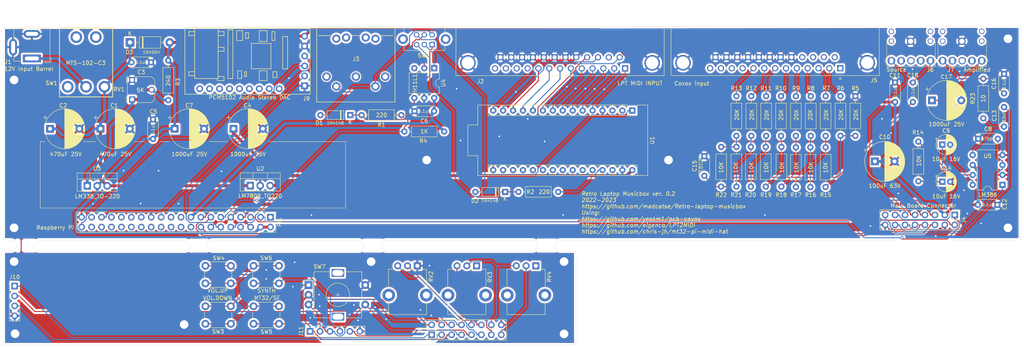
<source format=kicad_pcb>
(kicad_pcb (version 20221018) (generator pcbnew)
  (title_block (title "Midi/Covox Эмулятор") (date "2023-03-08") (company "МИЭТ") (comment 1 "АЕСН.123456.005") (comment 2 "Панкратова") (comment 3 "Евстафьев"))
  (layers (0 "F.Cu" signal) (31 "B.Cu" signal) (36 "B.SilkS" user "B.Silkscreen") (37 "F.SilkS" user "F.Silkscreen") (38 "B.Mask" user) (39 "F.Mask" user) (44 "Edge.Cuts" user))
  (net 0 "")
  (net 65 "VOUT")
  (net 66 "Source_audio")
  (net 67 "SDA")
  (net 68 "SCL")
  (net 69 "Net-(SW2-Pad5)")
  (net 70 "Net-(SW2-Pad2)")
  (net 71 "Net-(R3-Pad2)")
  (net 72 "Net-(R2-Pad2)")
  (net 73 "Net-(R17-Pad2)")
  (net 74 "Net-(R16-Pad2)")
  (net 75 "Net-(R15-Pad2)")
  (net 76 "Net-(R15-Pad1)")
  (net 77 "Net-(R14-Pad1)")
  (net 78 "Net-(R13-Pad2)")
  (net 79 "Net-(R12-Pad2)")
  (net 80 "Net-(R11-Pad2)")
  (net 81 "Net-(R10-Pad2)")
  (net 82 "Net-(J5-Pad9)")
  (net 83 "Net-(J5-Pad8)")
  (net 84 "Net-(J5-Pad7)")
  (net 85 "Net-(J5-Pad6)")
  (net 86 "Net-(J5-Pad5)")
  (net 87 "Net-(J5-Pad4)")
  (net 88 "Net-(J5-Pad3)")
  (net 89 "Net-(J5-Pad2)")
  (net 90 "Net-(J3-Pad4)")
  (net 91 "Net-(J2-Pad9)")
  (net 92 "Net-(J2-Pad8)")
  (net 93 "Net-(J2-Pad7)")
  (net 94 "Net-(J2-Pad6)")
  (net 95 "Net-(J2-Pad5)")
  (net 96 "Net-(J2-Pad4)")
  (net 97 "Net-(J2-Pad3)")
  (net 98 "Net-(J2-Pad2)")
  (net 99 "Net-(J2-Pad16)")
  (net 100 "Net-(J2-Pad14)")
  (net 101 "Net-(D2-Pad2)")
  (net 102 "Net-(D2-Pad1)")
  (net 103 "Net-(D1-Pad2)")
  (net 104 "Net-(D1-Pad1)")
  (net 105 "Net-(C16-Pad1)")
  (net 106 "Net-(C15-Pad1)")
  (net 107 "Net-(C14-Pad1)")
  (net 108 "MIDI_RX")
  (net 109 "GND")
  (net 110 "GAIN8")
  (net 111 "GAIN1")
  (net 112 "DAC_LCK")
  (net 113 "DAC_DIN")
  (net 114 "DAC_BCK")
  (net 115 "BUTTON_5")
  (net 116 "BUTTON_4")
  (net 117 "BUTTON_3")
  (net 118 "BUTTON_2")
  (net 119 "BUTTON_1")
  (net 120 "AMP_audio")
  (net 121 "/STROBE")
  (net 122 "/SELECTPRN")
  (net 123 "/POWER")
  (net 124 "+9V")
  (net 125 "+5V")
  (net 126 "+3V3")
  (net 127 "+12V")
  (net 128 "C8_2")
  (net 129 "C13_2")
  (net 134 "BUTTON_1_F")
  (net 135 "BUTTON_2_F")
  (net 136 "BUTTON_3_F")
  (net 137 "BUTTON_5_F")
  (net 138 "BUTTON_4_F")
  (net 139 "SCL_F")
  (net 140 "SDA_F")
  (net 141 "GAIN1_F")
  (net 142 "C9_1_F")
  (net 143 "C13_2_F")
  (net 144 "C9_1")
  (net 145 "C8_2_F")
  (net 146 "Source_audio_F")
  (net 147 "+5VA")
  (net 148 "Net-(SW3-Pad1)")
  (footprint "w_conn_av:mouse-bite-2.54mm-slot" (layer "F.Cu") (at 78.2951 87.18)
    (fp_text reference "mouse-bite-2.54mm-slot_6" hide)
    (fp_text value "VAL**" hide)
  )
  (footprint "Package_TO_SOT_THT:TO-220-3_Vertical" (layer "F.Cu") (at 90.2551 71.825)
    (fp_text reference "U2")
    (fp_text value "LM7809_TO220")
  )
  (footprint "w_conn_av:mouse-bite-2.54mm-slot" (layer "F.Cu") (at 33.9951 87.18)
    (fp_text reference "mouse-bite-2.54mm-slot_2" hide)
    (fp_text value "VAL**" hide)
  )
  (footprint "Button_Switch_THT:SW_PUSH_6mm" (layer "F.Cu") (at 91.0951 92.3492)
    (fp_text reference "SW6")
    (fp_text value "SYNTH")
  )
  (footprint "w_conn_av:mouse-bite-2.54mm-slot" (layer "F.Cu") (at 167.1951 87.18)
    (fp_text reference "mouse-bite-2.54mm-slot_14" hide)
    (fp_text value "VAL**" hide)
  )
  (footprint "Resistor_THT:R_Axial_DIN0207_L6.3mm_D2.5mm_P10.16mm_Horizontal" (layer "F.Cu") (at 158.7951 73.43)
    (fp_text reference "R2")
    (fp_text value "220")
  )
  (footprint "Resistor_THT:R_Axial_DIN0207_L6.3mm_D2.5mm_P10.16mm_Horizontal" (layer "F.Cu") (at 139.8114 57.98 180)
    (fp_text reference "R4")
    (fp_text value "1K")
  )
  (footprint "Capacitor_THT:C_Disc_D4.7mm_W2.5mm_P5.00mm" (layer "F.Cu") (at 206.2963 69.31 90)
    (fp_text reference "C15")
    (fp_text value "0.01uF")
  )
  (footprint "Rotary_Encoder:RotaryEncoder_Alps_EC11E-Switch_Vertical_H20mm" (layer "F.Cu") (at 105.1451 97.2742)
    (fp_text reference "SW7")
    (fp_text value "RotaryEncoder_Switch")
  )
  (footprint "w_conn_av:PCM5102_full" (layer "F.Cu") (at 97.6451 47.03 180)
    (fp_text reference "J9")
    (fp_text value "DAC BOARD")
  )
  (footprint "Potentiometer_THT:Potentiometer_Alpha_RD901F-40-00D_Single_Vertical_CircularHoles" (layer "F.Cu") (at 132.9451 92.355 -90)
    (fp_text reference "RV2")
    (fp_text value "10K")
  )
  (footprint "Button_Switch_THT:SW_PUSH_6mm" (layer "F.Cu") (at 85.2951 107.1992 180)
    (fp_text reference "SW3")
    (fp_text value "VOL.DOWN")
  )
  (footprint "Capacitor_THT:CP_Radial_D10.0mm_P7.50mm" (layer "F.Cu") (at 51.9774 57.28)
    (fp_text reference "C1")
    (fp_text value "470uF 25V")
  )
  (footprint "Resistor_THT:R_Axial_DIN0207_L6.3mm_D2.5mm_P10.16mm_Horizontal" (layer "F.Cu") (at 233.3963 72.19 90)
    (fp_text reference "R16")
    (fp_text value "10K")
  )
  (footprint "Potentiometer_THT:Potentiometer_Alpha_RD901F-40-00D_Single_Vertical_CircularHoles" (layer "F.Cu") (at 148.0951 92.355 -90)
    (fp_text reference "RV3")
    (fp_text value "10K")
  )
  (footprint "Connector_PinHeader_2.54mm:PinHeader_2x08_P2.54mm_Vertical" (layer "F.Cu") (at 136.6201 110.005 90)
    (fp_text reference "J8")
    (fp_text value "Faceplate connector")
  )
  (footprint "Capacitor_THT:C_Disc_D4.7mm_W2.5mm_P5.00mm" (layer "F.Cu") (at 281.1951 76.73 180)
    (fp_text reference "C12")
    (fp_text value "0.1uF")
  )
  (footprint "Connector_PinHeader_2.54mm:PinHeader_1x04_P2.54mm_Vertical" (layer "F.Cu") (at 30.0451 97.53)
    (fp_text reference "J10")
    (fp_text value "SCREEN")
  )
  (footprint "Resistor_THT:R_Axial_DIN0207_L6.3mm_D2.5mm_P10.16mm_Horizontal" (layer "F.Cu") (at 214.4901 48.93 -90)
    (fp_text reference "R13")
    (fp_text value "20K")
  )
  (footprint "w_conn_av:mouse-bite-2.54mm-slot" (layer "F.Cu") (at 120.3451 87.18)
    (fp_text reference "mouse-bite-2.54mm-slot_9" hide)
    (fp_text value "VAL**" hide)
  )
  (footprint "Resistor_THT:R_Axial_DIN0207_L6.3mm_D2.5mm_P10.16mm_Horizontal" (layer "F.Cu") (at 210.5963 61.93 -90)
    (fp_text reference "R22")
    (fp_text value "10K")
  )
  (footprint "Resistor_THT:R_Axial_DIN0207_L6.3mm_D2.5mm_P10.16mm_Horizontal" (layer "F.Cu") (at 218.1963 72.09 90)
    (fp_text reference "R20")
    (fp_text value "10K")
  )
  (footprint "Capacitor_THT:CP_Radial_D10.0mm_P7.50mm" (layer "F.Cu") (at 264.4672 50.03)
    (fp_text reference "C17")
    (fp_text value "1000uF 25V")
  )
  (footprint "Resistor_THT:R_Axial_DIN0207_L6.3mm_D2.5mm_P10.16mm_Horizontal" (layer "F.Cu") (at 244.9001 48.93 -90)
    (fp_text reference "R5")
    (fp_text value "20K")
  )
  (footprint "Capacitor_THT:C_Disc_D4.7mm_W2.5mm_P5.00mm" (layer "F.Cu") (at 282.8951 48.23 90)
    (fp_text reference "C16")
    (fp_text value "0.1uF")
  )
  (footprint "Resistor_THT:R_Axial_DIN0207_L6.3mm_D2.5mm_P10.16mm_Horizontal" (layer "F.Cu") (at 229.6963 72.19 90)
    (fp_text reference "R17")
    (fp_text value "10K")
  )
  (footprint "Package_TO_SOT_THT:TO-220-3_Vertical" (layer "F.Cu") (at 48.5951 71.88)
    (fp_text reference "U3")
    (fp_text value "LM338_TO-220")
  )
  (footprint "Capacitor_THT:C_Disc_D4.7mm_W2.5mm_P5.00mm" (layer "F.Cu") (at 259.5951 50.43 90)
    (fp_text reference "C18")
    (fp_text value "0.1uF")
  )
  (footprint "Capacitor_THT:C_Disc_D4.7mm_W2.5mm_P5.00mm" (layer "F.Cu") (at 65.3951 59.88 90)
    (fp_text reference "C5")
    (fp_text value "0.1uF")
  )
  (footprint "Resistor_THT:R_Axial_DIN0207_L6.3mm_D2.5mm_P10.16mm_Horizontal" (layer "F.Cu") (at 229.6951 48.93 -90)
    (fp_text reference "R9")
    (fp_text value "20K")
  )
  (footprint "Resistor_THT:R_Axial_DIN0207_L6.3mm_D2.5mm_P10.16mm_Horizontal" (layer "F.Cu") (at 218.2913 48.93 -90)
    (fp_text reference "R12")
    (fp_text value "20K")
  )
  (footprint "Package_DIP:DIP-8_W7.62mm" (layer "F.Cu") (at 282.4951 71.63 180)
    (fp_text reference "U5")
    (fp_text value "LM386")
  )
  (footprint "w_conn_av:mouse-bite-2.54mm-slot" (layer "F.Cu") (at 122.7951 87.18)
    (fp_text reference "mouse-bite-2.54mm-slot_10" hide)
    (fp_text value "VAL**" hide)
  )
  (footprint "Package_DIP:DIP-6_W7.62mm" (layer "F.Cu") (at 137.2564 41.78 -90)
    (fp_text reference "U4")
    (fp_text value "H11L1")
  )
  (footprint "Resistor_THT:R_Axial_DIN0207_L6.3mm_D2.5mm_P10.16mm_Horizontal" (layer "F.Cu") (at 260.9951 60.55 -90)
    (fp_text reference "R14")
    (fp_text value "10K")
  )
  (footprint "Resistor_THT:R_Axial_DIN0207_L6.3mm_D2.5mm_P10.16mm_Horizontal" (layer "F.Cu") (at 69.2951 39.8 -90)
    (fp_text reference "R3")
    (fp_text value "240")
  )
  (footprint "Capacitor_THT:C_Disc_D4.7mm_W2.5mm_P5.00mm" (layer "F.Cu") (at 59.8951 40.28)
    (fp_text reference "C3")
    (fp_text value "0.1uF")
  )
  (footprint "Resistor_THT:R_Axial_DIN0207_L6.3mm_D2.5mm_P10.16mm_Horizontal" (layer "F.Cu") (at 225.9963 72.09 90)
    (fp_text reference "R18")
    (fp_text value "10K")
  )
  (footprint "Connector_PinHeader_2.54mm:PinHeader_2x08_P2.54mm_Vertical" (layer "F.Cu") (at 270.2951 79.33 -90)
    (fp_text reference "J4")
    (fp_text value "Main Board Connector")
  )
  (footprint "Capacitor_THT:C_Disc_D4.7mm_W2.5mm_P5.00mm" (layer "F.Cu") (at 137.2314 52.78 180)
    (fp_text reference "C6")
    (fp_text value "0.1uF")
  )
  (footprint "Capacitor_THT:C_Disc_D4.7mm_W2.5mm_P5.00mm" (layer "F.Cu") (at 276.2951 59.83)
    (fp_text reference "C8")
    (fp_text value "470pF")
  )
  (footprint "Capacitor_THT:CP_Radial_D5.0mm_P2.00mm" (layer "F.Cu") (at 267.1298 61.33)
    (fp_text reference "C9")
    (fp_text value "10uF 16V")
  )
  (footprint "Resistor_THT:R_Axial_DIN0207_L6.3mm_D2.5mm_P10.16mm_Horizontal" (layer "F.Cu") (at 277.5951 54.61 90)
    (fp_text reference "R23")
    (fp_text value "10")
  )
  (footprint "Button_Switch_THT:SW_PUSH_6mm" (layer "F.Cu") (at 91.0951 102.6992)
    (fp_text reference "SW5")
    (fp_text value "MT32/SF")
  )
  (footprint "w_conn_av:mouse-bite-2.54mm-slot" (layer "F.Cu") (at 164.7451 87.18)
    (fp_text reference "mouse-bite-2.54mm-slot_13" hide)
    (fp_text value "VAL**" hide)
  )
  (footprint "w_conn_av:mouse-bite-2.54mm-slot" (layer "F.Cu") (at 75.9451 87.18)
    (fp_text reference "mouse-bite-2.54mm-slot_5" hide)
    (fp_text value "VAL**" hide)
  )
  (footprint "Potentiometer_THT:Potentiometer_Alpha_RD901F-40-00D_Single_Vertical_CircularHoles" (layer "F.Cu") (at 163.2451 92.355 -90)
    (fp_text reference "RV4")
    (fp_text value "10K")
  )
  (footprint "w_conn_av:jack_5_pin_3f07_FINAL" (layer "F.Cu") (at 264.0951 32.355 -90)
    (fp_text reference "J6")
    (fp_text value "Jack_3.5mm_5pin")
  )
  (footprint "Capacitor_THT:CP_Radial_D10.0mm_P7.50mm" (layer "F.Cu") (at 39.0774 57.28)
    (fp_text reference "C2")
    (fp_text value "470uF 25V")
  )
  (footprint "Potentiometer_THT:Potentiometer_Runtron_RM-065_Vertical" (layer "F.Cu") (at 60.0551 49.78 90)
    (fp_text reference "RV1")
    (fp_text value "5K")
  )
  (footprint "Resistor_THT:R_Axial_DIN0207_L6.3mm_D2.5mm_P10.16mm_Horizontal" (layer "F.Cu") (at 214.4963 72.09 90)
    (fp_text reference "R21")
    (fp_text value "10K")
  )
  (footprint "Capacitor_THT:CP_Radial_D10.0mm_P7.50mm" (layer "F.Cu") (at 70.9421 57.28)
    (fp_text reference "C7")
    (fp_text value "1000uF 25V")
  )
  (footprint "Connector_Dsub:DSUB-25_Male_Horizontal_P2.77x2.84mm_EdgePinOffset7.70mm_Housed_MountingHolesOffset9.12mm" (layer "F.Cu") (at 186.0451 41.83 180)
    (fp_text reference "J2")
    (fp_text value "DB25_Male_MountingHoles")
  )
  (footprint "Button_Switch_THT:SW_PUSH_6mm" (layer "F.Cu") (at 85.2951 96.8492 180)
    (fp_text reference "SW4")
    (fp_text value "VOL.UP")
  )
  (footprint "Resistor_THT:R_Axial_DIN0207_L6.3mm_D2.5mm_P10.16mm_Horizontal" (layer "F.Cu") (at 118.7151 53.78)
    (fp_text reference "R1")
    (fp_text value "220")
  )
  (footprint "w_conn_av:DIN-5-Variable" (layer "F.Cu") (at 117.2451 43.93)
    (fp_text reference "J3")
    (fp_text value "MIDI IN")
  )
  (footprint "w_conn_av:SW_CuK_JS202011AQN_DPDT_Angled2" (layer "F.Cu") (at 137.9451 36.48 180)
    (fp_text reference "SW2")
    (fp_text value "SW_DPDT_x2")
  )
  (footprint "w_conn_av:jack_5_pin_3f07_FINAL" (layer "F.Cu") (at 277.1951 32.355 -90)
    (fp_text reference "J7")
    (fp_text value "Jack_3.5mm_5pin")
  )
  (footprint "Diode_THT:D_DO-41_SOD81_P10.16mm_Horizontal" (layer "F.Cu") (at 59.5151 35.18)
    (fp_text reference "D3")
    (fp_text value "1N4004")
  )
  (footprint "Connector_Dsub:DSUB-25_Male_Horizontal_P2.77x2.84mm_EdgePinOffset7.70mm_Housed_MountingHolesOffset9.12mm" (layer "F.Cu") (at 241.0201 41.7997 180)
    (fp_text reference "J5")
    (fp_text value "DB25_Male_MountingHoles")
  )
  (footprint "Resistor_THT:R_Axial_DIN0207_L6.3mm_D2.5mm_P10.16mm_Horizontal" (layer "F.Cu") (at 225.8938 48.93 -90)
    (fp_text reference "R10")
    (fp_text value "20K")
  )
  (footprint "Diode_THT:D_DO-35_SOD27_P7.62mm_Horizontal" (layer "F.Cu") (at 155.4051 73.43 180)
    (fp_text reference "D2")
    (fp_text value "1N4148")
  )
  (footprint "Capacitor_THT:C_Disc_D4.7mm_W2.5mm_P5.00mm" (layer "F.Cu") (at 282.8951 56.73 90)
    (fp_text reference "C13")
    (fp_text value "33nF")
  )
  (footprint "w_conn_av:BarrelJack_GCT_DCJ200-10-A_Horizontal" (layer "F.Cu") (at 34.4451 39.29 180)
    (fp_text reference "J1")
    (fp_text value "12V Input Barrel")
  )
  (footprint "Resistor_THT:R_Axial_DIN0207_L6.3mm_D2.5mm_P10.16mm_Horizontal" (layer "F.Cu") (at 221.9963 72.09 90)
    (fp_text reference "R19")
    (fp_text value "10K")
  )
  (footprint "Resistor_THT:R_Axial_DIN0207_L6.3mm_D2.5mm_P10.16mm_Horizontal" (layer "F.Cu") (at 233.4963 48.93 -90)
    (fp_text reference "R8")
    (fp_text value "20K")
  )
  (footprint "Resistor_THT:R_Axial_DIN0207_L6.3mm_D2.5mm_P10.16mm_Horizontal" (layer "F.Cu") (at 237.2963 72.19 90)
    (fp_text reference "R15")
    (fp_text value "10K")
  )
  (footprint "Capacitor_THT:CP_Radial_D5.0mm_P2.00mm" (layer "F.Cu") (at 267.1298 70.83)
    (fp_text reference "C14")
    (fp_text value "10uF 16V")
  )
  (footprint "Resistor_THT:R_Axial_DIN0207_L6.3mm_D2.5mm_P10.16mm_Horizontal" (layer "F.Cu") (at 237.2976 48.93 -90)
    (fp_text reference "R7")
    (fp_text value "20K")
  )
  (footprint "Resistor_THT:R_Axial_DIN0207_L6.3mm_D2.5mm_P10.16mm_Horizontal" (layer "F.Cu") (at 222.0926 48.93 -90)
    (fp_text reference "R11")
    (fp_text value "20K")
  )
  (footprint "Capacitor_THT:C_Disc_D4.7mm_W2.5mm_P5.00mm" (layer "F.Cu") (at 255.0451 45.43 -90)
    (fp_text reference "C11")
    (fp_text value "0.1uF")
  )
  (footprint "Capacitor_THT:CP_Radial_D10.0mm_P7.50mm" (layer "F.Cu") (at 85.9774 57.28)
    (fp_text reference "C4")
    (fp_text value "1000uF 25V")
  )
  (footprint "w_conn_av:Arduino_Nano" (layer "F.Cu") (at 187.8951 52.61 -90)
    (fp_text reference "U1")
    (fp_text value "Arduino_Nano")
  )
  (footprint "w_conn_av:mouse-bite-2.54mm-slot" (layer "F.Cu") (at 31.5451 87.18)
    (fp_text reference "mouse-bite-2.54mm-slot_1" hide)
    (fp_text value "VAL**" hide)
  )
  (footprint "Capacitor_THT:CP_Radial_D10.0mm_P5.00mm" (layer "F.Cu") (at 249.8921 65.63)
    (fp_text reference "C10")
    (fp_text value "100uF 63V")
  )
  (footprint "Connector_PinHeader_2.54mm:PinHeader_2x20_P2.54mm_Vertical" (layer "F.Cu") (at 95.4201 79.905 -90)
    (fp_text reference "Pi1")
    (fp_text value "Raspberry_Pi_2_3")
  )
  (footprint "Connector_PinHeader_2.54mm:PinHeader_1x06_P2.54mm_Vertical" (layer "F.Cu") (at 105.5451 109.13 90)
    (fp_text reference "J11")
    (fp_text value "ENCODER")
  )
  (footprint "Resistor_THT:R_Axial_DIN0207_L6.3mm_D2.5mm_P10.16mm_Horizontal" (layer "F.Cu") (at 241.0988 48.93 -90)
    (fp_text reference "R6")
    (fp_text value "20K")
  )
  (footprint "w_conn_av:MTS-102-C3" (layer "F.Cu") (at 50.7951 33.83 -90)
    (fp_text reference "SW1")
    (fp_text value "SW_SPDT")
  )
  (footprint "Diode_THT:D_DO-35_SOD27_P7.62mm_Horizontal" (layer "F.Cu") (at 115.8051 53.78 180)
    (fp_text reference "D1")
    (fp_text value "1N4148")
  )
  (gr_line (start 114.5951 60.58) (end 114.5951 77.58) (stroke (width 0.1)) (layer "F.SilkS"))
  (gr_line (start 94.8951 60.58) (end 114.5951 60.58) (stroke (width 0.1)) (layer "F.SilkS"))
  (gr_line (start 114.5951 77.58) (end 36.5951 77.58) (stroke (width 0.1)) (layer "F.SilkS"))
  (gr_line (start 67.0951 60.58) (end 69.5951 60.58) (stroke (width 0.1)) (layer "F.SilkS"))
  (gr_line (start 60.5951 60.58) (end 63.3951 60.58) (stroke (width 0.1)) (layer "F.SilkS"))
  (gr_line (start 36.5951 77.58) (end 36.5951 60.58) (stroke (width 0.1)) (layer "F.SilkS"))
  (gr_line (start 36.5951 60.58) (end 37.7951 60.58) (stroke (width 0.1)) (layer "F.SilkS"))
  (gr_line (start 79.6951 60.58) (end 84.4951 60.58) (stroke (width 0.1)) (layer "F.SilkS"))
  (gr_line (start 47.5951 60.58) (end 50.6951 60.58) (stroke (width 0.1)) (layer "F.SilkS"))
  (gr_line (start 29.0951 88.58) (end 27.0951 88.58) (stroke (width 0.05)) (layer "Edge.Cuts"))
  (gr_line (start 169.4951 88.58) (end 173.4951 88.58) (stroke (width 0.05)) (layer "Edge.Cuts"))
  (gr_arc (start 117.8951 85.78) (mid 119.2951 87.18) (end 117.8951 88.58) (stroke (width 0.05)) (layer "Edge.Cuts"))
  (gr_line (start 58.4951 85.78) (end 73.4951 85.78) (stroke (width 0.05)) (layer "Edge.Cuts"))
  (gr_arc (start 36.2951 88.58) (mid 34.8951 87.18) (end 36.2951 85.78) (stroke (width 0.05)) (layer "Edge.Cuts"))
  (gr_arc (start 125.0951 88.58) (mid 123.6951 87.18) (end 125.0951 85.78) (stroke (width 0.05)) (layer "Edge.Cuts"))
  (gr_arc (start 29.0951 85.78) (mid 30.4951 87.18) (end 29.0951 88.58) (stroke (width 0.05)) (layer "Edge.Cuts"))
  (gr_line (start 80.6951 85.78) (end 102.8951 85.78) (stroke (width 0.05)) (layer "Edge.Cuts"))
  (gr_line (start 287.0951 85.78) (end 169.4951 85.78) (stroke (width 0.05)) (layer "Edge.Cuts"))
  (gr_arc (start 162.2951 85.78) (mid 163.6951 87.18) (end 162.2951 88.58) (stroke (width 0.05)) (layer "Edge.Cuts"))
  (gr_line (start 287.0951 30.98) (end 287.0951 85.78) (stroke (width 0.05)) (layer "Edge.Cuts"))
  (gr_line (start 58.4951 88.58) (end 73.4951 88.58) (stroke (width 0.05)) (layer "Edge.Cuts"))
  (gr_line (start 27.0951 31.28) (end 287.0951 30.98) (stroke (width 0.05)) (layer "Edge.Cuts"))
  (gr_line (start 27.0951 85.78) (end 29.0951 85.78) (stroke (width 0.05)) (layer "Edge.Cuts"))
  (gr_line (start 147.2951 88.58) (end 162.2951 88.58) (stroke (width 0.05)) (layer "Edge.Cuts"))
  (gr_line (start 36.2951 88.58) (end 58.4951 88.58) (stroke (width 0.05)) (layer "Edge.Cuts"))
  (gr_line (start 173.4951 112.58) (end 173.4951 88.58) (stroke (width 0.05)) (layer "Edge.Cuts"))
  (gr_arc (start 73.4951 85.78) (mid 74.8951 87.18) (end 73.4951 88.58) (stroke (width 0.05)) (layer "Edge.Cuts"))
  (gr_line (start 147.2951 85.78) (end 162.2951 85.78) (stroke (width 0.05)) (layer "Edge.Cuts"))
  (gr_line (start 102.8951 88.58) (end 117.8951 88.58) (stroke (width 0.05)) (layer "Edge.Cuts"))
  (gr_line (start 102.8951 85.78) (end 117.8951 85.78) (stroke (width 0.05)) (layer "Edge.Cuts"))
  (gr_arc (start 80.6951 88.58) (mid 79.2951 87.18) (end 80.6951 85.78) (stroke (width 0.05)) (layer "Edge.Cuts"))
  (gr_line (start 36.2951 85.78) (end 58.4951 85.78) (stroke (width 0.05)) (layer "Edge.Cuts"))
  (gr_line (start 125.0951 85.78) (end 147.2951 85.78) (stroke (width 0.05)) (layer "Edge.Cuts"))
  (gr_line (start 27.0951 112.58) (end 27.0951 88.58) (stroke (width 0.05)) (layer "Edge.Cuts"))
  (gr_line (start 125.0951 88.58) (end 147.2951 88.58) (stroke (width 0.05)) (layer "Edge.Cuts"))
  (gr_line (start 80.6951 88.58) (end 102.8951 88.58) (stroke (width 0.05)) (layer "Edge.Cuts"))
  (gr_line (start 27.0951 85.78) (end 27.0951 31.28) (stroke (width 0.05)) (layer "Edge.Cuts"))
  (gr_line (start 173.4951 112.58) (end 27.0951 112.58) (stroke (width 0.05)) (layer "Edge.Cuts"))
  (gr_arc (start 169.4951 88.58) (mid 168.0951 87.18) (end 169.4951 85.78) (stroke (width 0.05)) (layer "Edge.Cuts"))
  (gr_text "Source" (at 255.3951 42.13) (layer "F.SilkS") (effects (font (size 1 1))))
  (gr_text "Covox input" (at 203.0951 45.68) (layer "F.SilkS") (effects (font (size 1 1))))
  (gr_text "Raspberry Pi" (at 40.3951 82.58) (layer "F.SilkS") (effects (font (size 1 1))))
  (gr_text "Amplified" (at 275.9951 42.18) (layer "F.SilkS") (effects (font (size 1 1))))
  (gr_text "Retro Laptop Musicbox ver. 0.2\n2022-2023\nhttps://github.com/madcatse/Retro-laptop-musicbox\nUsing:\nhttps://github.com/yeokm1/pcb-covox\nhttps://github.com/eigenco/LPT2MIDI\nhttps://github.com/chris-jh/mt32-pi-midi-hat" (at 174.7951 78.74) (layer "F.SilkS") (effects (font (size 1 1) (thickness 0.15) italic) (justify left)))
  (segment (start 274.8751 64.01) (end 274.8751 62.8849) (width 0.25) (layer "B.Cu") (net 65))
  (segment (start 279.7151 58.0449) (end 274.8751 62.8849) (width 0.25) (layer "B.Cu") (net 65))
  (segment (start 279.7151 56.73) (end 279.7151 58.0449) (width 0.25) (layer "B.Cu") (net 65))
  (segment (start 279.7151 56.73) (end 277.5951 54.61) (width 0.25) (layer "B.Cu") (net 65))
  (segment (start 282.8951 56.73) (end 279.7151 56.73) (width 0.25) (layer "B.Cu") (net 65))
  (segment (start 257.8988 45.43) (end 257.8988 43.6587) (width 0.25) (layer "B.Cu") (net 66))
  (segment (start 257.5951 79.33) (end 257.5951 78.1549) (width 0.25) (layer "B.Cu") (net 66))
  (segment (start 257.8988 43.6587) (end 254.0951 39.855) (width 0.25) (layer "B.Cu") (net 66))
  (segment (start 259.5951 45.43) (end 264.0951 40.93) (width 0.25) (layer "B.Cu") (net 66))
  (segment (start 248.5669 54.7619) (end 257.8988 45.43) (width 0.25) (layer "B.Cu") (net 66))
  (segment (start 257.8988 45.43) (end 259.5951 45.43) (width 0.25) (layer "B.Cu") (net 66))
  (segment (start 264.0951 40.93) (end 264.0951 39.855) (width 0.25) (layer "B.Cu") (net 66))
  (segment (start 257.5951 78.1549) (end 248.5669 69.1267) (width 0.25) (layer "B.Cu") (net 66))
  (segment (start 248.5669 69.1267) (end 248.5669 54.7619) (width 0.25) (layer "B.Cu") (net 66))
  (segment (start 256.7951 85.18) (end 257.0951 85.48) (width 0.25) (layer "F.Cu") (net 67))
  (segment (start 270.2951 80.5051) (end 270.2951 79.33) (width 0.25) (layer "F.Cu") (net 67))
  (segment (start 270.6624 80.5051) (end 270.2951 80.5051) (width 0.25) (layer "F.Cu") (net 67))
  (segment (start 271.4702 82.4045) (end 271.4702 81.3129) (width 0.25) (layer "F.Cu") (net 67))
  (segment (start 257.0951 85.48) (end 268.3947 85.48) (width 0.25) (layer "F.Cu") (net 67))
  (segment (start 271.4702 81.3129) (end 270.6624 80.5051) (width 0.25) (layer "F.Cu") (net 67))
  (segment (start 268.3947 85.48) (end 271.4702 82.4045) (width 0.25) (layer "F.Cu") (net 67))
  (via (at 256.7951 85.18) (size 0.8) (drill 0.4) (layers "F.Cu" "B.Cu") (net 67))
  (segment (start 243.0522 81.0801) (end 94.4224 81.0801) (width 0.25) (layer "B.Cu") (net 67))
  (segment (start 94.0552 79.905) (end 92.8801 79.905) (width 0.25) (layer "B.Cu") (net 67))
  (segment (start 256.7951 85.18) (end 247.1521 85.18) (width 0.25) (layer "B.Cu") (net 67))
  (segment (start 94.0552 80.7129) (end 94.0552 79.905) (width 0.25) (layer "B.Cu") (net 67))
  (segment (start 247.1521 85.18) (end 243.0522 81.0801) (width 0.25) (layer "B.Cu") (net 67))
  (segment (start 94.4224 81.0801) (end 94.0552 80.7129) (width 0.25) (layer "B.Cu") (net 67))
  (segment (start 91.5152 80.2722) (end 92.3232 81.0802) (width 0.25) (layer "F.Cu") (net 68))
  (segment (start 173.8523 81.0802) (end 174.2585 80.674) (width 0.25) (layer "F.Cu") (net 68))
  (segment (start 174.2585 80.674) (end 268.2892 80.674) (width 0.25) (layer "F.Cu") (net 68))
  (segment (start 269.12 81.5048) (end 269.12 81.87) (width 0.25) (layer "F.Cu") (net 68))
  (segment (start 270.2951 81.87) (end 269.12 81.87) (width 0.25) (layer "F.Cu") (net 68))
  (segment (start 92.3232 81.0802) (end 173.8523 81.0802) (width 0.25) (layer "F.Cu") (net 68))
  (segment (start 90.3401 79.905) (end 91.5152 79.905) (width 0.25) (layer "F.Cu") (net 68))
  (segment (start 268.2892 80.674) (end 269.12 81.5048) (width 0.25) (layer "F.Cu") (net 68))
  (segment (start 91.5152 79.905) (end 91.5152 80.2722) (width 0.25) (layer "F.Cu") (net 68))
  (segment (start 134.7164 41.78) (end 134.7164 40.6549) (width 0.25) (layer "F.Cu") (net 69))
  (segment (start 131.6937 37.6322) (end 134.7164 40.6549) (width 0.25) (layer "F.Cu") (net 69))
  (segment (start 133.4951 34.48) (end 132.5374 34.48) (width 0.25) (layer "F.Cu") (net 69))
  (segment (start 131.6937 35.3237) (end 131.6937 37.6322) (width 0.25) (layer "F.Cu") (net 69))
  (segment (start 134.7451 33.23) (end 133.4951 34.48) (width 0.25) (layer "F.Cu") (net 69))
  (segment (start 132.5374 34.48) (end 131.6937 35.3237) (width 0.25) (layer "F.Cu") (net 69))
  (segment (start 134.7451 35.73) (end 137.2564 38.2413) (width 0.25) (layer "B.Cu") (net 70))
  (segment (start 137.2564 38.2413) (end 137.2564 41.78) (width 0.25) (layer "B.Cu") (net 70))
  (segment (start 60.0551 49.78) (end 61.4102 49.78) (width 0.75) (layer "F.Cu") (net 71))
  (segment (start 63.9102 47.28) (end 61.4102 49.78) (width 0.75) (layer "F.Cu") (net 71))
  (segment (start 65.0551 47.28) (end 63.9102 47.28) (width 0.75) (layer "F.Cu") (net 71))
  (segment (start 60.0551 51.1351) (end 54.498 56.6922) (width 0.75) (layer "B.Cu") (net 71))
  (segment (start 54.498 56.6922) (end 54.498 62.7649) (width 0.75) (layer "B.Cu") (net 71))
  (segment (start 69.2951 49.96) (end 67.92 49.96) (width 0.75) (layer "B.Cu") (net 71))
  (segment (start 65.24 47.28) (end 65.0551 47.28) (width 0.75) (layer "B.Cu") (net 71))
  (segment (start 60.0551 49.78) (end 60.0551 51.1351) (width 0.75) (layer "B.Cu") (net 71))
  (segment (start 48.5951 68.6678) (end 48.5951 71.88) (width 0.75) (layer "B.Cu") (net 71))
  (segment (start 67.92 49.96) (end 65.24 47.28) (width 0.75) (layer "B.Cu") (net 71))
  (segment (start 54.498 62.7649) (end 48.5951 68.6678) (width 0.75) (layer "B.Cu") (net 71))
  (segment (start 173.8513 73.43) (end 168.9551 73.43) (width 0.25) (layer "B.Cu") (net 72))
  (segment (start 180.2751 67.85) (end 179.15 67.85) (width 0.25) (layer "B.Cu") (net 72))
  (segment (start 179.15 67.85) (end 179.15 68.1313) (width 0.25) (layer "B.Cu") (net 72))
  (segment (start 179.15 68.1313) (end 173.8513 73.43) (width 0.25) (layer "B.Cu") (net 72))
  (segment (start 229.6951 60.2151) (end 229.6963 60.2163) (width 0.25) (layer "B.Cu") (net 73))
  (segment (start 225.9963 72.09) (end 229.6963 68.39) (width 0.25) (layer "B.Cu") (net 73))
  (segment (start 229.6963 68.39) (end 229.6963 62.03) (width 0.25) (layer "B.Cu") (net 73))
  (segment (start 229.6951 59.09) (end 229.6951 60.2151) (width 0.25) (layer "B.Cu") (net 73))
  (segment (start 229.6963 60.2163) (end 229.6963 62.03) (width 0.25) (layer "B.Cu") (net 73))
  (segment (start 233.3963 66.4184) (end 233.3963 62.03) (width 0.25) (layer "B.Cu") (net 74))
  (segment (start 229.6963 72.19) (end 229.6963 70.1184) (width 0.25) (layer "B.Cu") (net 74))
  (segment (start 229.6963 70.1184) (end 233.3963 66.4184) (width 0.25) (layer "B.Cu") (net 74))
  (segment (start 233.3963 60.3151) (end 233.3963 62.03) (width 0.25) (layer "B.Cu") (net 74))
  (segment (start 233.4963 59.09) (end 233.4963 60.2151) (width 0.25) (layer "B.Cu") (net 74))
  (segment (start 233.4963 60.2151) (end 233.3963 60.3151) (width 0.25) (layer "B.Cu") (net 74))
  (segment (start 237.2976 60.2151) (end 237.2963 60.2164) (width 0.25) (layer "B.Cu") (net 75))
  (segment (start 237.2963 63.1551) (end 233.3963 67.0551) (width 0.25) (layer "B.Cu") (net 75))
  (segment (start 237.2963 62.03) (end 237.2963 63.1551) (width 0.25) (layer "B.Cu") (net 75))
  (segment (start 237.2963 60.2164) (end 237.2963 62.03) (width 0.25) (layer "B.Cu") (net 75))
  (segment (start 233.3963 67.0551) (end 233.3963 72.19) (width 0.25) (layer "B.Cu") (net 75))
  (segment (start 237.2976 59.09) (end 237.2976 60.2151) (width 0.25) (layer "B.Cu") (net 75))
  (segment (start 241.0988 59.09) (end 244.9001 59.09) (width 0.25) (layer "F.Cu") (net 76))
  (segment (start 241.0988 68.3875) (end 241.0988 59.09) (width 0.25) (layer "B.Cu") (net 76))
  (segment (start 237.2963 72.19) (end 241.0988 68.3875) (width 0.25) (layer "B.Cu") (net 76))
  (segment (start 260.9951 60.55) (end 269.5351 69.09) (width 0.25) (layer "F.Cu") (net 77))
  (segment (start 269.5351 69.09) (end 274.8751 69.09) (width 0.25) (layer "F.Cu") (net 77))
  (segment (start 210.5963 61.93) (end 214.4963 61.93) (width 0.25) (layer "F.Cu") (net 78))
  (segment (start 214.4963 61.93) (end 214.4963 60.8049) (width 0.25) (layer "B.Cu") (net 78))
  (segment (start 214.4963 60.8049) (end 214.4901 60.7987) (width 0.25) (layer "B.Cu") (net 78))
  (segment (start 214.4901 60.7987) (end 214.4901 59.09) (width 0.25) (layer "B.Cu") (net 78))
  (segment (start 218.1963 61.93) (end 218.1963 63.0551) (width 0.25) (layer "B.Cu") (net 79))
  (segment (start 218.2913 59.09) (end 218.2913 60.2151) (width 0.25) (layer "B.Cu") (net 79))
  (segment (start 218.2913 60.2151) (end 218.1963 60.3101) (width 0.25) (layer "B.Cu") (net 79))
  (segment (start 214.4963 72.09) (end 214.4963 66.7551) (width 0.25) (layer "B.Cu") (net 79))
  (segment (start 218.1963 60.3101) (end 218.1963 61.93) (width 0.25) (layer "B.Cu") (net 79))
  (segment (start 214.4963 66.7551) (end 218.1963 63.0551) (width 0.25) (layer "B.Cu") (net 79))
  (segment (start 221.9963 63.0551) (end 218.1963 66.8551) (width 0.25) (layer "B.Cu") (net 80))
  (segment (start 221.9963 61.93) (end 221.9963 63.0551) (width 0.25) (layer "B.Cu") (net 80))
  (segment (start 222.0926 60.2151) (end 221.9963 60.3114) (width 0.25) (layer "B.Cu") (net 80))
  (segment (start 218.1963 66.8551) (end 218.1963 72.09) (width 0.25) (layer "B.Cu") (net 80))
  (segment (start 221.9963 60.3114) (end 221.9963 61.93) (width 0.25) (layer "B.Cu") (net 80))
  (segment (start 222.0926 59.09) (end 222.0926 60.2151) (width 0.25) (layer "B.Cu") (net 80))
  (segment (start 225.8938 60.2151) (end 225.9963 60.3176) (width 0.25) (layer "B.Cu") (net 81))
  (segment (start 225.9963 60.3176) (end 225.9963 61.93) (width 0.25) (layer "B.Cu") (net 81))
  (segment (start 225.9963 68.09) (end 225.9963 61.93) (width 0.25) (layer "B.Cu") (net 81))
  (segment (start 225.8938 59.09) (end 225.8938 60.2151) (width 0.25) (layer "B.Cu") (net 81))
  (segment (start 221.9963 72.09) (end 225.9963 68.09) (width 0.25) (layer "B.Cu") (net 81))
  (segment (start 214.4901 46.1697) (end 214.4901 48.93) (width 0.25) (layer "B.Cu") (net 82))
  (segment (start 218.8601 41.7997) (end 214.4901 46.1697) (width 0.25) (layer "B.Cu") (net 82))
  (segment (start 221.6301 41.7997) (end 221.6301 45.5912) (width 0.25) (layer "B.Cu") (net 83))
  (segment (start 221.6301 45.5912) (end 218.2913 48.93) (width 0.25) (layer "B.Cu") (net 83))
  (segment (start 222.0926 44.1072) (end 224.4001 41.7997) (width 0.25) (layer "B.Cu") (net 84))
  (segment (start 222.0926 48.93) (end 222.0926 44.1072) (width 0.25) (layer "B.Cu") (net 84))
  (segment (start 227.1701 47.6537) (end 227.1701 41.7997) (width 0.25) (layer "B.Cu") (net 85))
  (segment (start 225.8938 48.93) (end 227.1701 47.6537) (width 0.25) (layer "B.Cu") (net 85))
  (segment (start 229.9401 48.685) (end 229.6951 48.93) (width 0.25) (layer "B.Cu") (net 86))
  (segment (start 229.9401 41.7997) (end 229.9401 48.685) (width 0.25) (layer "B.Cu") (net 86))
  (segment (start 232.7101 48.1438) (end 232.7101 41.7997) (width 0.25) (layer "B.Cu") (net 87))
  (segment (start 233.4963 48.93) (end 232.7101 48.1438) (width 0.25) (layer "B.Cu") (net 87))
  (segment (start 237.2976 43.6172) (end 235.4801 41.7997) (width 0.25) (layer "B.Cu") (net 88))
  (segment (start 237.2976 48.93) (end 237.2976 43.6172) (width 0.25) (layer "B.Cu") (net 88))
  (segment (start 238.2501 46.0813) (end 238.2501 41.7997) (width 0.25) (layer "B.Cu") (net 89))
  (segment (start 241.0988 48.93) (end 238.2501 46.0813) (width 0.25) (layer "B.Cu") (net 89))
  (segment (start 122.8 48.83) (end 127.75 53.78) (width 0.25) (layer "F.Cu") (net 90))
  (segment (start 119.8951 48.83) (end 122.8 48.83) (width 0.25) (layer "F.Cu") (net 90))
  (segment (start 118.9203 47.8552) (end 119.8951 48.83) (width 0.25) (layer "F.Cu") (net 90))
  (segment (start 127.75 53.78) (end 128.8751 53.78) (width 0.25) (layer "F.Cu") (net 90))
  (segment (start 112.2451 46.43) (end 113.6703 47.8552) (width 0.25) (layer "F.Cu") (net 90))
  (segment (start 113.6703 47.8552) (end 118.9203 47.8552) (width 0.25) (layer "F.Cu") (net 90))
  (segment (start 157.4151 51.4849) (end 163.8851 45.0149) (width 0.25) (layer "F.Cu") (net 91))
  (segment (start 157.4151 52.61) (end 157.4151 51.4849) (width 0.25) (layer "F.Cu") (net 91))
  (segment (start 163.8851 45.0149) (end 163.8851 41.83) (width 0.25) (layer "F.Cu") (net 91))
  (segment (start 166.6551 41.83) (end 166.6551 44.7849) (width 0.25) (layer "B.Cu") (net 92))
  (segment (start 166.6551 44.7849) (end 159.9551 51.4849) (width 0.25) (layer "B.Cu") (net 92))
  (segment (start 159.9551 52.61) (end 159.9551 51.4849) (width 0.25) (layer "B.Cu") (net 92))
  (segment (start 162.4951 51.4849) (end 169.4251 44.5549) (width 0.25) (layer "B.Cu") (net 93))
  (segment (start 169.4251 44.5549) (end 169.4251 41.83) (width 0.25) (layer "B.Cu") (net 93))
  (segment (start 162.4951 52.61) (end 162.4951 51.4849) (width 0.25) (layer "B.Cu") (net 93))
  (segment (start 172.1951 41.83) (end 172.1951 44.3249) (width 0.25) (layer "B.Cu") (net 94))
  (segment (start 165.0351 52.61) (end 165.0351 51.4849) (width 0.25) (layer "B.Cu") (net 94))
  (segment (start 172.1951 44.3249) (end 165.0351 51.4849) (width 0.25) (layer "B.Cu") (net 94))
  (segment (start 174.9651 44.0949) (end 174.9651 41.83) (width 0.25) (layer "B.Cu") (net 95))
  (segment (start 167.5751 52.61) (end 167.5751 51.4849) (width 0.25) (layer "B.Cu") (net 95))
  (segment (start 167.5751 51.4849) (end 174.9651 44.0949) (width 0.25) (layer "B.Cu") (net 95))
  (segment (start 177.7351 43.8649) (end 177.7351 41.83) (width 0.25) (layer "B.Cu") (net 96))
  (segment (start 170.1151 51.4849) (end 177.7351 43.8649) (width 0.25) (layer "B.Cu") (net 96))
  (segment (start 170.1151 52.61) (end 170.1151 51.4849) (width 0.25) (layer "B.Cu") (net 96))
  (segment (start 180.5051 43.6349) (end 180.5051 41.83) (width 0.25) (layer "B.Cu") (net 97))
  (segment (start 172.6551 52.61) (end 172.6551 51.4849) (width 0.25) (layer "B.Cu") (net 97))
  (segment (start 172.6551 51.4849) (end 180.5051 43.6349) (width 0.25) (layer "B.Cu") (net 97))
  (segment (start 175.1951 51.4849) (end 183.2751 43.4049) (width 0.25) (layer "B.Cu") (net 98))
  (segment (start 183.2751 43.4049) (end 183.2751 41.83) (width 0.25) (layer "B.Cu") (net 98))
  (segment (start 175.1951 52.61) (end 175.1951 51.4849) (width 0.25) (layer "B.Cu") (net 98))
  (segment (start 152.3351 52.61) (end 152.3351 51.4849) (width 0.25) (layer "B.Cu") (net 99))
  (segment (start 177.9497 40.1604) (end 179.1201 38.99) (width 0.25) (layer "B.Cu") (net 99))
  (segment (start 163.9482 40.1604) (end 177.9497 40.1604) (width 0.25) (layer "B.Cu") (net 99))
  (segment (start 162.5001 42.1313) (end 162.5001 41.6085) (width 0.25) (layer "B.Cu") (net 99))
  (segment (start 152.3351 51.4849) (end 153.1465 51.4849) (width 0.25) (layer "B.Cu") (net 99))
  (segment (start 162.5001 41.6085) (end 163.9482 40.1604) (width 0.25) (layer "B.Cu") (net 99))
  (segment (start 153.1465 51.4849) (end 162.5001 42.1313) (width 0.25) (layer "B.Cu") (net 99))
  (segment (start 154.8751 51.4849) (end 155.8403 51.4849) (width 0.25) (layer "B.Cu") (net 100))
  (segment (start 165.2701 42.0551) (end 165.2701 41.5756) (width 0.25) (layer "B.Cu") (net 100))
  (segment (start 183.0395 40.6106) (end 184.6601 38.99) (width 0.25) (layer "B.Cu") (net 100))
  (segment (start 166.2351 40.6106) (end 183.0395 40.6106) (width 0.25) (layer "B.Cu") (net 100))
  (segment (start 155.8403 51.4849) (end 165.2701 42.0551) (width 0.25) (layer "B.Cu") (net 100))
  (segment (start 165.2701 41.5756) (end 166.2351 40.6106) (width 0.25) (layer "B.Cu") (net 100))
  (segment (start 154.8751 52.61) (end 154.8751 51.4849) (width 0.25) (layer "B.Cu") (net 100))
  (segment (start 137.9755 36.8032) (end 137.9755 35.0608) (width 0.25) (layer "B.Cu") (net 101))
  (segment (start 147.7851 73.43) (end 148.9102 73.43) (width 0.25) (layer "B.Cu") (net 101))
  (segment (start 163.0307 68.9853) (end 150.1727 68.9853) (width 0.25) (layer "B.Cu") (net 101))
  (segment (start 150.1727 68.9853) (end 150.1727 49.0004) (width 0.25) (layer "B.Cu") (net 101))
  (segment (start 163.7651 68.2509) (end 163.0307 68.9853) (width 0.25) (layer "B.Cu") (net 101))
  (segment (start 186.77 52.8914) (end 185.9263 53.7351) (width 0.25) (layer "B.Cu") (net 101))
  (segment (start 150.1727 49.0004) (end 137.9755 36.8032) (width 0.25) (layer "B.Cu") (net 101))
  (segment (start 148.9102 73.43) (end 150.1727 72.1675) (width 0.25) (layer "B.Cu") (net 101))
  (segment (start 137.3947 34.48) (end 133.9951 34.48) (width 0.25) (layer "B.Cu") (net 101))
  (segment (start 187.8951 52.61) (end 186.77 52.61) (width 0.25) (layer "B.Cu") (net 101))
  (segment (start 177.5567 53.7351) (end 163.7651 67.5267) (width 0.25) (layer "B.Cu") (net 101))
  (segment (start 133.9951 34.48) (end 132.7451 33.23) (width 0.25) (layer "B.Cu") (net 101))
  (segment (start 150.1727 72.1675) (end 150.1727 68.9853) (width 0.25) (layer "B.Cu") (net 101))
  (segment (start 163.7651 67.5267) (end 163.7651 68.2509) (width 0.25) (layer "B.Cu") (net 101))
  (segment (start 137.9755 35.0608) (end 137.3947 34.48) (width 0.25) (layer "B.Cu") (net 101))
  (segment (start 186.77 52.61) (end 186.77 52.8914) (width 0.25) (layer "B.Cu") (net 101))
  (segment (start 185.9263 53.7351) (end 177.5567 53.7351) (width 0.25) (layer "B.Cu") (net 101))
  (segment (start 155.4051 73.43) (end 158.7951 73.43) (width 0.25) (layer "F.Cu") (net 102))
  (segment (start 155.4051 73.43) (end 154.28 73.43) (width 0.25) (layer "B.Cu") (net 102))
  (segment (start 153.1102 74.5998) (end 147.3555 74.5998) (width 0.25) (layer "B.Cu") (net 102))
  (segment (start 142.272 52.7521) (end 136.1312 46.6113) (width 0.25) (layer "B.Cu") (net 102))
  (segment (start 142.272 69.5163) (end 142.272 52.7521) (width 0.25) (layer "B.Cu") (net 102))
  (segment (start 147.3555 74.5998) (end 142.272 69.5163) (width 0.25) (layer "B.Cu") (net 102))
  (segment (start 154.28 73.43) (end 153.1102 74.5998) (width 0.25) (layer "B.Cu") (net 102))
  (segment (start 136.1312 39.1161) (end 132.7451 35.73) (width 0.25) (layer "B.Cu") (net 102))
  (segment (start 136.1312 46.6113) (end 136.1312 39.1161) (width 0.25) (layer "B.Cu") (net 102))
  (segment (start 132.3393 32.1772) (end 135.6923 32.1772) (width 0.25) (layer "B.Cu") (net 103))
  (segment (start 135.6923 32.1772) (end 136.7451 33.23) (width 0.25) (layer "B.Cu") (net 103))
  (segment (start 130.9659 35.2811) (end 130.9659 33.5506) (width 0.25) (layer "B.Cu") (net 103))
  (segment (start 108.1851 53.78) (end 109.3102 53.78) (width 0.25) (layer "B.Cu") (net 103))
  (segment (start 116.6602 46.43) (end 122.2451 46.43) (width 0.25) (layer "B.Cu") (net 103))
  (segment (start 122.2451 44.0019) (end 130.9659 35.2811) (width 0.25) (layer "B.Cu") (net 103))
  (segment (start 130.9659 33.5506) (end 132.3393 32.1772) (width 0.25) (layer "B.Cu") (net 103))
  (segment (start 109.3102 53.78) (end 116.6602 46.43) (width 0.25) (layer "B.Cu") (net 103))
  (segment (start 122.2451 46.43) (end 122.2451 44.0019) (width 0.25) (layer "B.Cu") (net 103))
  (segment (start 136.7451 35.73) (end 136.7451 36.7551) (width 0.25) (layer "F.Cu") (net 104))
  (segment (start 119.8705 54.9354) (end 129.3138 54.9354) (width 0.25) (layer "F.Cu") (net 104))
  (segment (start 118.7151 53.78) (end 119.8705 54.9354) (width 0.25) (layer "F.Cu") (net 104))
  (segment (start 130.0021 49.8235) (end 136.1312 43.6944) (width 0.25) (layer "F.Cu") (net 104))
  (segment (start 130.0021 54.2471) (end 130.0021 49.8235) (width 0.25) (layer "F.Cu") (net 104))
  (segment (start 115.8051 53.78) (end 118.7151 53.78) (width 0.25) (layer "F.Cu") (net 104))
  (segment (start 129.3138 54.9354) (end 130.0021 54.2471) (width 0.25) (layer "F.Cu") (net 104))
  (segment (start 136.1312 43.6944) (end 136.1312 37.369) (width 0.25) (layer "F.Cu") (net 104))
  (segment (start 136.1312 37.369) (end 136.7451 36.7551) (width 0.25) (layer "F.Cu") (net 104))
  (segment (start 277.5951 44.45) (end 271.3723 44.45) (width 0.25) (layer "F.Cu") (net 105))
  (segment (start 282.8951 48.23) (end 279.1151 44.45) (width 0.25) (layer "F.Cu") (net 105))
  (segment (start 279.1151 44.45) (end 277.5951 44.45) (width 0.25) (layer "F.Cu") (net 105))
  (segment (start 271.3723 44.45) (end 265.7923 50.03) (width 0.25) (layer "F.Cu") (net 105))
  (segment (start 264.4672 50.03) (end 265.7923 50.03) (width 0.25) (layer "F.Cu") (net 105))
  (segment (start 214.1121 69.6993) (end 211.7214 72.09) (width 0.25) (layer "F.Cu") (net 106))
  (segment (start 259.5951 50.43) (end 240.3258 69.6993) (width 0.25) (layer "F.Cu") (net 106))
  (segment (start 210.5963 72.09) (end 209.0763 72.09) (width 0.25) (layer "F.Cu") (net 106))
  (segment (start 210.5963 72.09) (end 211.7214 72.09) (width 0.25) (layer "F.Cu") (net 106))
  (segment (start 209.0763 72.09) (end 206.2963 69.31) (width 0.25) (layer "F.Cu") (net 106))
  (segment (start 240.3258 69.6993) (end 214.1121 69.6993) (width 0.25) (layer "F.Cu") (net 106))
  (segment (start 260.9951 70.71) (end 262.1202 70.71) (width 0.25) (layer "F.Cu") (net 107))
  (segment (start 262.2402 70.83) (end 262.1202 70.71) (width 0.25) (layer "F.Cu") (net 107))
  (segment (start 267.1298 70.83) (end 262.2402 70.83) (width 0.25) (layer "F.Cu") (net 107))
  (segment (start 130.5154 55.9909) (end 130.5154 52.1861) (width 0.25) (layer "F.Cu") (net 108))
  (segment (start 130.5154 52.1861) (end 132.1764 50.5251) (width 0.25) (layer "F.Cu") (net 108))
  (segment (start 132.1764 49.4) (end 132.1764 50.5251) (width 0.25) (layer "F.Cu") (net 108))
  (segment (start 129.6514 56.8549) (end 130.5154 55.9909) (width 0.25) (layer "F.Cu") (net 108))
  (segment (start 129.6514 57.98) (end 129.6514 56.8549) (width 0.25) (layer "F.Cu") (net 108))
  (segment (start 85.2601 82.445) (end 86.4352 82.445) (width 0.25) (layer "B.Cu") (net 108))
  (segment (start 91.6101 79.4325) (end 113.0626 57.98) (width 0.25) (layer "B.Cu") (net 108))
  (segment (start 113.0626 57.98) (end 129.6514 57.98) (width 0.25) (layer "B.Cu") (net 108))
  (segment (start 91.6101 80.3359) (end 91.6101 79.4325) (width 0.25) (layer "B.Cu") (net 108))
  (segment (start 86.4352 82.0777) (end 87.243 81.2699) (width 0.25) (layer "B.Cu") (net 108))
  (segment (start 90.6761 81.2699) (end 91.6101 80.3359) (width 0.25) (layer "B.Cu") (net 108))
  (segment (start 87.243 81.2699) (end 90.6761 81.2699) (width 0.25) (layer "B.Cu") (net 108))
  (segment (start 86.4352 82.445) (end 86.4352 82.0777) (width 0.25) (layer "B.Cu") (net 108))
  (segment (start 32.1951 93.38) (end 32.1951 89.013885) (width 0.25) (layer "F.Cu") (net 109))
  (segment (start 265.4451 84.7555) (end 265.4451 84.18) (width 0.25) (layer "F.Cu") (net 109))
  (segment (start 37.636215 79.905) (end 47.1601 79.905) (width 0.25) (layer "F.Cu") (net 109))
  (segment (start 136.7751 105.08) (end 139.1601 107.465) (width 0.25) (layer "F.Cu") (net 109))
  (segment (start 252.5151 81.87) (end 249.0551 81.87) (width 0.25) (layer "F.Cu") (net 109))
  (segment (start 32.1951 89.013885) (end 31.720099 88.538884) (width 0.25) (layer "F.Cu") (net 109))
  (segment (start 31.720099 88.538884) (end 31.720099 85.821116) (width 0.25) (layer "F.Cu") (net 109))
  (segment (start 253.6901 83.045) (end 258.9601 83.045) (width 0.25) (layer "F.Cu") (net 109))
  (segment (start 249.0551 81.87) (end 248.7451 82.18) (width 0.25) (layer "F.Cu") (net 109))
  (segment (start 85.2601 79.905) (end 86.7552 78.4099) (width 0.25) (layer "F.Cu") (net 109))
  (segment (start 28.1451 103.25) (end 28.1451 93.93) (width 0.25) (layer "F.Cu") (net 109))
  (segment (start 84.0851 81.08) (end 85.2601 79.905) (width 0.25) (layer "F.Cu") (net 109))
  (segment (start 89.1651 81.27) (end 86.6251 81.27) (width 0.25) (layer "F.Cu") (net 109))
  (segment (start 80.1801 82.445) (end 81.5451 81.08) (width 0.25) (layer "F.Cu") (net 109))
  (segment (start 30.0451 105.15) (end 28.1451 103.25) (width 0.25) (layer "F.Cu") (net 109))
  (segment (start 81.5451 81.08) (end 84.0851 81.08) (width 0.25) (layer "F.Cu") (net 109))
  (segment (start 136.4951 105.08) (end 136.7751 105.08) (width 0.25) (layer "F.Cu") (net 109))
  (segment (start 86.7552 78.4099) (end 89.0451 78.4099) (width 0.25) (layer "F.Cu") (net 109))
  (segment (start 252.5151 81.87) (end 253.6901 83.045) (width 0.25) (layer "F.Cu") (net 109))
  (segment (start 90.3401 82.445) (end 89.1651 81.27) (width 0.25) (layer "F.Cu") (net 109))
  (segment (start 31.720099 85.821116) (end 37.636215 79.905) (width 0.25) (layer "F.Cu") (net 109))
  (segment (start 28.6951 93.38) (end 32.1951 93.38) (width 0.25) (layer "F.Cu") (net 109))
  (segment (start 86.6251 81.27) (end 85.2601 79.905) (width 0.25) (layer "F.Cu") (net 109))
  (segment (start 258.9601 83.045) (end 260.1351 81.87) (width 0.25) (layer "F.Cu") (net 109))
  (segment (start 265.4451 84.18) (end 267.7551 81.87) (width 0.25) (layer "F.Cu") (net 109))
  (segment (start 28.1451 93.93) (end 28.6951 93.38) (width 0.25) (layer "F.Cu") (net 109))
  (via (at 82.8951 68.18) (size 0.8) (drill 0.4) (layers "F.Cu" "B.Cu") (net 109))
  (via (at 101.6 91.44) (size 0.8) (drill 0.4) (layers "F.Cu" "B.Cu") (net 109))
  (via (at 273.4951 78.98) (size 0.8) (drill 0.4) (layers "F.Cu" "B.Cu") (net 109))
  (via (at 255.8451 73.83) (size 0.8) (drill 0.4) (layers "F.Cu" "B.Cu") (net 109))
  (via (at 170.1951 79.33) (size 0.8) (drill 0.4) (layers "F.Cu" "B.Cu") (net 109))
  (via (at 62.2451 76.38) (size 0.8) (drill 0.4) (layers "F.Cu" "B.Cu") (net 109))
  (via (at 71.9451 76.43) (size 0.8) (drill 0.4) (layers "F.Cu" "B.Cu") (net 109))
  (via (at 29.8951 44.78) (size 3) (drill 2.2) (layers "F.Cu" "B.Cu") (net 109))
  (via (at 143.9951 60.28) (size 0.8) (drill 0.4) (layers "F.Cu" "B.Cu") (net 109))
  (via (at 94.3451 93.38) (size 0.8) (drill 0.4) (layers "F.Cu" "B.Cu") (net 109))
  (via (at 101.1451 97.68) (size 0.8) (drill 0.4) (layers "F.Cu" "B.Cu") (net 109))
  (via (at 173.3951 46.93) (size 0.8) (drill 0.4) (layers "F.Cu" "B.Cu") (net 109))
  (via (at 115.6451 104.83) (size 0.8) (drill 0.4) (layers "F.Cu" "B.Cu") (net 109))
  (via (at 165.4951 60.53) (size 0.8) (drill 0.4) (layers "F.Cu" "B.Cu") (net 109))
  (via (at 175.8951 46.98) (size 0.8) (drill 0.4) (layers "F.Cu" "B.Cu") (net 109))
  (via (at 171.1451 46.53) (size 0.8) (drill 0.4) (layers "F.Cu" "B.Cu") (net 109))
  (via (at 178.2451 47.08) (size 0.8) (drill 0.4) (layers "F.Cu" "B.Cu") (net 109))
  (via (at 265.4451 84.7555) (size 0.8) (drill 0.4) (layers "F.Cu" "B.Cu") (net 109))
  (via (at 124.9951 106.03) (size 0.8) (drill 0.4) (layers "F.Cu" "B.Cu") (net 109))
  (via (at 117.7951 106.33) (size 0.8) (drill 0.4) (layers "F.Cu" "B.Cu") (net 109))
  (via (at 180.7451 47.18) (size 0.8) (drill 0.4) (layers "F.Cu" "B.Cu") (net 109))
  (via (at 283.8951 82.63) (size 3) (drill 2.2) (layers "F.Cu" "B.Cu") (net 109))
  (via (at 107.8451 99.73) (size 0.8) (drill 0.4) (layers "F.Cu" "B.Cu") (net 109))
  (via (at 136.4951 105.08) (size 0.8) (drill 0.4) (layers "F.Cu" "B.Cu") (net 109))
  (via (at 251.6951 54.73) (size 0.8) (drill 0.4) (layers "F.Cu" "B.Cu") (net 109))
  (via (at 29.8951 82.63) (size 3) (drill 2.2) (layers "F.Cu" "B.Cu") (net 109))
  (via (at 153.8951 59.23) (size 0.8) (drill 0.4) (layers "F.Cu" "B.Cu") (net 109))
  (via (at 170.4451 109.78) (size 3) (drill 2.2) (layers "F.Cu" "B.Cu") (net 109))
  (via (at 105.8951 79.38) (size 0.8) (drill 0.4) (layers "F.Cu" "B.Cu") (net 109))
  (via (at 121.1451 91.28) (size 3) (drill 2.2) (layers "F.Cu" "B.Cu") (net 109))
  (via (at 50.0951 76.48) (size 0.8) (drill 0.4) (layers "F.Cu" "B.Cu") (net 109))
  (via (at 161.1451 54.73) (size 0.8) (drill 0.4) (layers "F.Cu" "B.Cu") (net 109))
  (via (at 116.7451 102.38) (size 0.8) (drill 0.4) (layers "F.Cu" "B.Cu") (net 109))
  (via (at 57.8951 67.98) (size 0.8) (drill 0.4) (layers "F.Cu" "B.Cu") (net 109))
  (via (at 283.8951 34.23) (size 3) (drill 2.2) (layers "F.Cu" "B.Cu") (net 109))
  (via (at 107.9951 102.68) (size 0.8) (drill 0.4) (layers "F.Cu" "B.Cu") (net 109))
  (via (at 105.5951 105.68) (size 0.8) (drill 0.4) (layers "F.Cu" "B.Cu") (net 109))
  (via (at 73.3451 107.38) (size 3) (drill 2.2) (layers "F.Cu" "B.Cu") (net 109))
  (via (at 272.6451 73.03) (size 0.8) (drill 0.4) (layers "F.Cu" "B.Cu") (net 109))
  (via (at 122.1451 102.98) (size 0.8) (drill 0.4) (layers "F.Cu" "B.Cu") (net 109))
  (via (at 271.5451 42.58) (size 0.8) (drill 0.4) (layers "F.Cu" "B.Cu") (net 109))
  (via (at 253.9951 58.38) (size 0.8) (drill 0.4) (layers "F.Cu" "B.Cu") (net 109))
  (via (at 221.7951 79.38) (size 0.8) (drill 0.4) (layers "F.Cu" "B.Cu") (net 109))
  (via (at 89.0451 78.4099) (size 0.8) (drill 0.4) (layers "F.Cu" "B.Cu") (net 109))
  (via (at 142.9951 47.03) (size 0.8) (drill 0.4) (layers "F.Cu" "B.Cu") (net 109))
  (via (at 30.1451 109.73) (size 3) (drill 2.2) (layers "F.Cu" "B.Cu") (net 109))
  (via (at 29.8951 91.28) (size 3) (drill 2.2) (layers "F.Cu" "B.Cu") (net 109))
  (via (at 158.1451 47.83) (size 0.8) (drill 0.4) (layers "F.Cu" "B.Cu") (net 109))
  (via (at 133.7451 103.63) (size 0.8) (drill 0.4) (layers "F.Cu" "B.Cu") (net 109))
  (via (at 136.0451 92.33) (size 0.8) (drill 0.4) (layers "F.Cu" "B.Cu") (net 109))
  (via (at 100.1451 44.33) (size 0.8) (drill 0.4) (layers "F.Cu" "B.Cu") (net 109))
  (via (at 259.4951 42.03) (size 0.8) (drill 0.4) (layers "F.Cu" "B.Cu") (net 109))
  (via (at 135.3451 65.28) (size 3) (drill 2.2) (layers "F.Cu" "B.Cu") (net 109))
  (via (at 170.4451 91.28) (size 3) (drill 2.2) (layers "F.Cu" "B.Cu") (net 109))
  (via (at 94.3451 95.68) (size 0.8) (drill 0.4) (layers "F.Cu" "B.Cu") (net 109))
  (via (at 248.7451 82.18) (size 0.8) (drill 0.4) (layers "F.Cu" "B.Cu") (net 109))
  (via (at 66.7951 68.03) (size 0.8) (drill 0.4) (layers "F.Cu" "B.Cu") (net 109))
  (via (at 277.0451 81.53) (size 0.8) (drill 0.4) (layers "F.Cu" "B.Cu") (net 109))
  (via (at 197.1451 65.28) (size 3) (drill 2.2) (layers "F.Cu" "B.Cu") (net 109))
  (segment (start 258.4451 84.4167) (end 265.1063 84.4167) (width 0.25) (layer "B.Cu") (net 109))
  (segment (start 89.0451 78.4099) (end 90.127405 78.4099) (width 0.25) (layer "B.Cu") (net 109))
  (segment (start 248.7451 82.18) (end 250.9818 84.4167) (width 0.25) (layer "B.Cu") (net 109))
  (segment (start 90.127405 78.4099) (end 92.7951 75.742205) (width 0.25) (layer "B.Cu") (net 109))
  (segment (start 265.1063 84.4167) (end 265.4451 84.7555) (width 0.25) (layer "B.Cu") (net 109))
  (segment (start 250.9818 84.4167) (end 258.4451 84.4167) (width 0.25) (layer "B.Cu") (net 109))
  (segment (start 92.7951 75.742205) (end 92.7951 71.825) (width 0.25) (layer "B.Cu") (net 109))
  (segment (start 269.1298 64.9928) (end 274.6419 70.5049) (width 0.25) (layer "B.Cu") (net 110))
  (segment (start 274.6419 70.5049) (end 274.8751 70.5049) (width 0.25) (layer "B.Cu") (net 110))
  (segment (start 274.8751 71.63) (end 274.8751 70.5049) (width 0.25) (layer "B.Cu") (net 110))
  (segment (start 269.1298 61.33) (end 269.1298 64.9928) (width 0.25) (layer "B.Cu") (net 110))
  (segment (start 271.734 83.5162) (end 257.5092 83.5162) (width 0.25) (layer "B.Cu") (net 111))
  (segment (start 257.5092 83.5162) (end 256.2302 82.2372) (width 0.25) (layer "B.Cu") (net 111))
  (segment (start 282.4951 71.63) (end 282.4951 72.7551) (width 0.25) (layer "B.Cu") (net 111))
  (segment (start 282.4951 72.7551) (end 271.734 83.5162) (width 0.25) (layer "B.Cu") (net 111))
  (segment (start 255.0551 81.87) (end 256.2302 81.87) (width 0.25) (layer "B.Cu") (net 111))
  (segment (start 256.2302 82.2372) (end 256.2302 81.87) (width 0.25) (layer "B.Cu") (net 111))
  (segment (start 53.4152 79.905) (end 53.4152 79.5377) (width 0.25) (layer "B.Cu") (net 112))
  (segment (start 104.5795 42.47) (end 105.3717 41.6778) (width 0.25) (layer "B.Cu") (net 112))
  (segment (start 105.3717 39.8866) (end 104.1451 38.66) (width 0.25) (layer "B.Cu") (net 112))
  (segment (start 54.223 78.7299) (end 67.6464 78.7299) (width 0.25) (layer "B.Cu") (net 112))
  (segment (start 99.7805 46.3752) (end 103.6857 42.47) (width 0.25) (layer "B.Cu") (net 112))
  (segment (start 52.2401 79.905) (end 53.4152 79.905) (width 0.25) (layer "B.Cu") (net 112))
  (segment (start 103.6857 42.47) (end 104.5795 42.47) (width 0.25) (layer "B.Cu") (net 112))
  (segment (start 99.7805 46.5958) (end 99.7805 46.3752) (width 0.25) (layer "B.Cu") (net 112))
  (segment (start 53.4152 79.5377) (end 54.223 78.7299) (width 0.25) (layer "B.Cu") (net 112))
  (segment (start 67.6464 78.7299) (end 99.7805 46.5958) (width 0.25) (layer "B.Cu") (net 112))
  (segment (start 105.3717 41.6778) (end 105.3717 39.8866) (width 0.25) (layer "B.Cu") (net 112))
  (segment (start 79.056 59.6965) (end 90.0868 48.6657) (width 0.25) (layer "B.Cu") (net 113))
  (segment (start 47.1601 82.445) (end 47.1601 81.2699) (width 0.25) (layer "B.Cu") (net 113))
  (segment (start 47.1601 81.2699) (end 47.5274 81.2699) (width 0.25) (layer "B.Cu") (net 113))
  (segment (start 47.5274 81.2699) (end 48.3352 80.4621) (width 0.25) (layer "B.Cu") (net 113))
  (segment (start 96.3751 46.5722) (end 101.7473 41.2) (width 0.25) (layer "B.Cu") (net 113))
  (segment (start 68.2362 59.6965) (end 79.056 59.6965) (width 0.25) (layer "B.Cu") (net 113))
  (segment (start 48.3352 79.5975) (end 68.2362 59.6965) (width 0.25) (layer "B.Cu") (net 113))
  (segment (start 101.7473 41.2) (end 104.1451 41.2) (width 0.25) (layer "B.Cu") (net 113))
  (segment (start 90.0868 48.6657) (end 95.1753 48.6657) (width 0.25) (layer "B.Cu") (net 113))
  (segment (start 96.3751 47.4659) (end 96.3751 46.5722) (width 0.25) (layer "B.Cu") (net 113))
  (segment (start 95.1753 48.6657) (end 96.3751 47.4659) (width 0.25) (layer "B.Cu") (net 113))
  (segment (start 48.3352 80.4621) (end 48.3352 79.5975) (width 0.25) (layer "B.Cu") (net 113))
  (segment (start 81.545 82.0777) (end 80.7372 81.2699) (width 0.25) (layer "B.Cu") (net 114))
  (segment (start 82.7201 82.445) (end 81.545 82.445) (width 0.25) (layer "B.Cu") (net 114))
  (segment (start 73.9018 80.4076) (end 73.9018 73.9833) (width 0.25) (layer "B.Cu") (net 114))
  (segment (start 80.7372 81.2699) (end 74.7641 81.2699) (width 0.25) (layer "B.Cu") (net 114))
  (segment (start 73.9018 73.9833) (end 104.1451 43.74) (width 0.25) (layer "B.Cu") (net 114))
  (segment (start 81.545 82.445) (end 81.545 82.0777) (width 0.25) (layer "B.Cu") (net 114))
  (segment (start 74.7641 81.2699) (end 73.9018 80.4076) (width 0.25) (layer "B.Cu") (net 114))
  (segment (start 88.9752 79.5378) (end 90.3614 78.1516) (width 0.25) (layer "F.Cu") (net 115))
  (segment (start 90.3614 78.1516) (end 258.1468 78.1516) (width 0.25) (layer "F.Cu") (net 115))
  (segment (start 260.1351 79.33) (end 258.96 79.33) (width 0.25) (layer "F.Cu") (net 115))
  (segment (start 258.1468 78.1516) (end 258.96 78.9648) (width 0.25) (layer "F.Cu") (net 115))
  (segment (start 258.96 78.9648) (end 258.96 79.33) (width 0.25) (layer "F.Cu") (net 115))
  (segment (start 87.8001 79.905) (end 88.9752 79.905) (width 0.25) (layer "F.Cu") (net 115))
  (segment (start 88.9752 79.905) (end 88.9752 79.5378) (width 0.25) (layer "F.Cu") (net 115))
  (segment (start 260.171801 83.495) (end 247.3301 83.495) (width 0.25) (layer "F.Cu") (net 116))
  (segment (start 262.6751 81.87) (end 261.3101 81.87) (width 0.25) (layer "F.Cu") (net 116))
  (segment (start 247.3301 83.495) (end 246.6951 84.13) (width 0.25) (layer "F.Cu") (net 116))
  (segment (start 261.3101 82.356701) (end 260.171801 83.495) (width 0.25) (layer "F.Cu") (net 116))
  (segment (start 246.6951 84.13) (end 79.3251 84.13) (width 0.25) (layer "F.Cu") (net 116))
  (segment (start 261.3101 81.87) (end 261.3101 82.356701) (width 0.25) (layer "F.Cu") (net 116))
  (segment (start 79.3251 84.13) (end 77.6401 82.445) (width 0.25) (layer "F.Cu") (net 116))
  (segment (start 260.2206 77.6854) (end 261.5 78.9648) (width 0.25) (layer "F.Cu") (net 117))
  (segment (start 78.8152 79.905) (end 78.8152 79.5378) (width 0.25) (layer "F.Cu") (net 117))
  (segment (start 77.6401 79.905) (end 78.8152 79.905) (width 0.25) (layer "F.Cu") (net 117))
  (segment (start 261.5 78.9648) (end 261.5 79.33) (width 0.25) (layer "F.Cu") (net 117))
  (segment (start 78.8152 79.5378) (end 80.6676 77.6854) (width 0.25) (layer "F.Cu") (net 117))
  (segment (start 80.6676 77.6854) (end 260.2206 77.6854) (width 0.25) (layer "F.Cu") (net 117))
  (segment (start 262.6751 79.33) (end 261.5 79.33) (width 0.25) (layer "F.Cu") (net 117))
  (segment (start 264.04 82.167) (end 262.227 83.98) (width 0.25) (layer "F.Cu") (net 118))
  (segment (start 265.2151 81.87) (end 264.04 81.87) (width 0.25) (layer "F.Cu") (net 118))
  (segment (start 264.04 81.87) (end 264.04 82.167) (width 0.25) (layer "F.Cu") (net 118))
  (segment (start 78.8153 81.2698) (end 80.1801 79.905) (width 0.25) (layer "F.Cu") (net 118))
  (segment (start 247.5951 84.58) (end 78.0286 84.58) (width 0.25) (layer "F.Cu") (net 118))
  (segment (start 248.1951 83.98) (end 247.5951 84.58) (width 0.25) (layer "F.Cu") (net 118))
  (segment (start 76.4574 83.0088) (end 76.4574 81.9268) (width 0.25) (layer "F.Cu") (net 118))
  (segment (start 262.227 83.98) (end 248.1951 83.98) (width 0.25) (layer "F.Cu") (net 118))
  (segment (start 78.0286 84.58) (end 76.4574 83.0088) (width 0.25) (layer "F.Cu") (net 118))
  (segment (start 77.1144 81.2698) (end 78.8153 81.2698) (width 0.25) (layer "F.Cu") (net 118))
  (segment (start 76.4574 81.9268) (end 77.1144 81.2698) (width 0.25) (layer "F.Cu") (net 118))
  (segment (start 91.9573 75.5547) (end 260.6299 75.5547) (width 0.25) (layer "F.Cu") (net 119))
  (segment (start 264.04 78.9648) (end 264.04 79.33) (width 0.25) (layer "F.Cu") (net 119))
  (segment (start 265.2151 79.33) (end 264.04 79.33) (width 0.25) (layer "F.Cu") (net 119))
  (segment (start 260.6299 75.5547) (end 264.04 78.9648) (width 0.25) (layer "F.Cu") (net 119))
  (via (at 91.9573 75.5547) (size 0.8) (drill 0.4) (layers "F.Cu" "B.Cu") (net 119))
  (segment (start 82.7201 79.905) (end 83.8952 79.905) (width 0.25) (layer "B.Cu") (net 119))
  (segment (start 87.8783 75.5547) (end 91.9573 75.5547) (width 0.25) (layer "B.Cu") (net 119))
  (segment (start 83.8952 79.5378) (end 87.8783 75.5547) (width 0.25) (layer "B.Cu") (net 119))
  (segment (start 83.8952 79.905) (end 83.8952 79.5378) (width 0.25) (layer "B.Cu") (net 119))
  (segment (start 271.9672 44.6271) (end 272.423 44.6271) (width 0.25) (layer "B.Cu") (net 120))
  (segment (start 271.9672 50.03) (end 271.9672 44.6271) (width 0.25) (layer "B.Cu") (net 120))
  (segment (start 272.423 44.6271) (end 277.1951 39.855) (width 0.25) (layer "B.Cu") (net 120))
  (segment (start 271.9672 44.6271) (end 267.1951 39.855) (width 0.25) (layer "B.Cu") (net 120))
  (segment (start 186.0451 43.1749) (end 186.0451 41.83) (width 0.25) (layer "B.Cu") (net 121))
  (segment (start 177.7351 51.4849) (end 186.0451 43.1749) (width 0.25) (layer "B.Cu") (net 121))
  (segment (start 177.7351 52.61) (end 177.7351 51.4849) (width 0.25) (layer "B.Cu") (net 121))
  (segment (start 173.4208 41.6821) (end 176.1129 38.99) (width 0.25) (layer "F.Cu") (net 122))
  (segment (start 163.7651 55.2949) (end 163.7651 51.8513) (width 0.25) (layer "F.Cu") (net 122))
  (segment (start 152.3351 66.7249) (end 163.7651 55.2949) (width 0.25) (layer "F.Cu") (net 122))
  (segment (start 163.7651 51.8513) (end 173.4208 42.1956) (width 0.25) (layer "F.Cu") (net 122))
  (segment (start 176.1129 38.99) (end 176.3501 38.99) (width 0.25) (layer "F.Cu") (net 122))
  (segment (start 173.4208 42.1956) (end 173.4208 41.6821) (width 0.25) (layer "F.Cu") (net 122))
  (segment (start 152.3351 67.85) (end 152.3351 66.7249) (width 0.25) (layer "F.Cu") (net 122))
  (segment (start 41.0551 39.29) (end 34.4451 39.29) (width 0.75) (layer "B.Cu") (net 123))
  (segment (start 48.2951 46.53) (end 41.0551 39.29) (width 0.75) (layer "B.Cu") (net 123))
  (segment (start 86.4373 58.8551) (end 85.9774 58.8551) (width 0.75) (layer "F.Cu") (net 124))
  (segment (start 96.8627 71.825) (end 96.8627 69.2805) (width 0.75) (layer "F.Cu") (net 124))
  (segment (start 186.4646 69.2805) (end 187.8951 67.85) (width 0.75) (layer "F.Cu") (net 124))
  (segment (start 96.8627 69.2805) (end 186.4646 69.2805) (width 0.75) (layer "F.Cu") (net 124))
  (segment (start 85.9774 57.28) (end 85.9774 58.8551) (width 0.75) (layer "F.Cu") (net 124))
  (segment (start 96.8627 69.2805) (end 86.4373 58.8551) (width 0.75) (layer "F.Cu") (net 124))
  (segment (start 95.3351 71.825) (end 96.8627 71.825) (width 0.75) (layer "F.Cu") (net 124))
  (segment (start 267.7551 79.33) (end 270.3551 76.73) (width 0.75) (layer "F.Cu") (net 125))
  (segment (start 270.3551 76.73) (end 276.1951 76.73) (width 0.75) (layer "F.Cu") (net 125))
  (segment (start 71.3502 35.18) (end 72.9502 33.58) (width 0.75) (layer "F.Cu") (net 125))
  (segment (start 92.8801 82.445) (end 95.4201 82.445) (width 0.75) (layer "F.Cu") (net 125))
  (segment (start 69.6751 35.18) (end 71.3502 35.18) (width 0.75) (layer "F.Cu") (net 125))
  (segment (start 179.5841 31.9429) (end 198.0712 50.43) (width 0.75) (layer "F.Cu") (net 125))
  (segment (start 72.9502 33.58) (end 104.1451 33.58) (width 0.75) (layer "F.Cu") (net 125))
  (segment (start 198.0712 50.43) (end 255.0451 50.43) (width 0.75) (layer "F.Cu") (net 125))
  (segment (start 104.1451 33.58) (end 105.7822 31.9429) (width 0.75) (layer "F.Cu") (net 125))
  (segment (start 105.7822 31.9429) (end 179.5841 31.9429) (width 0.75) (layer "F.Cu") (net 125))
  (segment (start 255.0451 62.0521) (end 251.4672 65.63) (width 0.75) (layer "B.Cu") (net 125))
  (segment (start 46.5408 83.8868) (end 45.7041 83.0501) (width 0.75) (layer "B.Cu") (net 125))
  (segment (start 276.1951 76.73) (end 276.2621 76.663) (width 0.75) (layer "B.Cu") (net 125))
  (segment (start 91.4383 83.8868) (end 46.5408 83.8868) (width 0.75) (layer "B.Cu") (net 125))
  (segment (start 45.7041 83.0501) (end 45.7041 78.8861) (width 0.75) (layer "B.Cu") (net 125))
  (segment (start 63.1351 59.88) (end 65.3951 59.88) (width 0.75) (layer "B.Cu") (net 125))
  (segment (start 69.2951 39.8) (end 70.9421 41.447) (width 0.75) (layer "B.Cu") (net 125))
  (segment (start 262.2771 76.4399) (end 264.865 76.4399) (width 0.75) (layer "B.Cu") (net 125))
  (segment (start 92.8801 82.445) (end 91.4383 83.8868) (width 0.75) (layer "B.Cu") (net 125))
  (segment (start 67.9951 57.28) (end 65.3951 59.88) (width 0.75) (layer "B.Cu") (net 125))
  (segment (start 249.8921 65.63) (end 251.4672 65.63) (width 0.75) (layer "B.Cu") (net 125))
  (segment (start 276.2621 67.937) (end 274.8751 66.55) (width 0.75) (layer "B.Cu") (net 125))
  (segment (start 69.2951 37.2351) (end 69.2951 39.8) (width 0.75) (layer "B.Cu") (net 125))
  (segment (start 255.0451 50.43) (end 255.0451 62.0521) (width 0.75) (layer "B.Cu") (net 125))
  (segment (start 45.7041 78.8861) (end 51.1351 73.4551) (width 0.75) (layer "B.Cu") (net 125))
  (segment (start 264.865 76.4399) (end 267.7551 79.33) (width 0.75) (layer "B.Cu") (net 125))
  (segment (start 251.4672 65.63) (end 262.2771 76.4399) (width 0.75) (layer "B.Cu") (net 125))
  (segment (start 276.2621 76.663) (end 276.2621 67.937) (width 0.75) (layer "B.Cu") (net 125))
  (segment (start 70.9421 57.28) (end 67.9951 57.28) (width 0.75) (layer "B.Cu") (net 125))
  (segment (start 69.6751 36.8551) (end 69.2951 37.2351) (width 0.75) (layer "B.Cu") (net 125))
  (segment (start 70.9421 41.447) (end 70.9421 57.28) (width 0.75) (layer "B.Cu") (net 125))
  (segment (start 51.1351 71.88) (end 63.1351 59.88) (width 0.75) (layer "B.Cu") (net 125))
  (segment (start 51.1351 71.88) (end 51.1351 73.4551) (width 0.75) (layer "B.Cu") (net 125))
  (segment (start 69.6751 35.18) (end 69.6751 36.8551) (width 0.75) (layer "B.Cu") (net 125))
  (segment (start 137.2564 52.755) (end 137.2564 49.4) (width 0.75) (layer "B.Cu") (net 126))
  (segment (start 137.2314 52.78) (end 137.2564 52.755) (width 0.75) (layer "B.Cu") (net 126))
  (segment (start 136.6681 54.8367) (end 136.6681 53.3433) (width 0.75) (layer "B.Cu") (net 126))
  (segment (start 136.6681 53.3433) (end 137.2314 52.78) (width 0.75) (layer "B.Cu") (net 126))
  (segment (start 135.5752 55.9296) (end 136.6681 54.8367) (width 0.75) (layer "B.Cu") (net 126))
  (segment (start 99.0755 55.9296) (end 135.5752 55.9296) (width 0.75) (layer "B.Cu") (net 126))
  (segment (start 75.1001 79.905) (end 99.0755 55.9296) (width 0.75) (layer "B.Cu") (net 126))
  (segment (start 136.6681 54.8367) (end 139.8114 57.98) (width 0.75) (layer "B.Cu") (net 126))
  (segment (start 90.2551 71.825) (end 88.7275 71.825) (width 0.75) (layer "F.Cu") (net 127))
  (segment (start 88.6725 71.88) (end 88.7275 71.825) (width 0.75) (layer "F.Cu") (net 127))
  (segment (start 51.9774 70.1823) (end 53.6751 71.88) (width 0.75) (layer "F.Cu") (net 127))
  (segment (start 53.6751 71.88) (end 88.6725 71.88) (width 0.75) (layer "F.Cu") (net 127))
  (segment (start 51.9774 57.28) (end 51.9774 70.1823) (width 0.75) (layer "F.Cu") (net 127))
  (segment (start 51.9774 57.28) (end 51.9774 55.7049) (width 0.75) (layer "B.Cu") (net 127))
  (segment (start 52.9951 46.53) (end 52.9951 54.6872) (width 0.75) (layer "B.Cu") (net 127))
  (segment (start 51.9774 57.28) (end 50.4023 57.28) (width 0.75) (layer "B.Cu") (net 127))
  (segment (start 48.8272 58.8551) (end 50.4023 57.28) (width 0.75) (layer "B.Cu") (net 127))
  (segment (start 52.9951 54.6872) (end 51.9774 55.7049) (width 0.75) (layer "B.Cu") (net 127))
  (segment (start 42.2276 58.8551) (end 48.8272 58.8551) (width 0.75) (layer "B.Cu") (net 127))
  (segment (start 59.5151 40.28) (end 59.2451 40.28) (width 0.75) (layer "B.Cu") (net 127))
  (segment (start 39.0774 57.28) (end 40.6525 57.28) (width 0.75) (layer "B.Cu") (net 127))
  (segment (start 59.2451 40.28) (end 52.9951 46.53) (width 0.75) (layer "B.Cu") (net 127))
  (segment (start 59.5151 40.28) (end 59.8951 40.28) (width 0.75) (layer "B.Cu") (net 127))
  (segment (start 40.6525 57.28) (end 42.2276 58.8551) (width 0.75) (layer "B.Cu") (net 127))
  (segment (start 59.5151 35.18) (end 59.5151 40.28) (width 0.75) (layer "B.Cu") (net 127))
  (segment (start 271.4753 83.066) (end 259.599 83.066) (width 0.25) (layer "B.Cu") (net 128))
  (segment (start 281.2951 64.4581) (end 282.2619 65.4249) (width 0.25) (layer "B.Cu") (net 128))
  (segment (start 258.7702 82.2372) (end 258.7702 81.87) (width 0.25) (layer "B.Cu") (net 128))
  (segment (start 282.2619 67.6751) (end 281.0803 68.8567) (width 0.25) (layer "B.Cu") (net 128))
  (segment (start 281.0803 68.8567) (end 281.0803 73.461) (width 0.25) (layer "B.Cu") (net 128))
  (segment (start 281.0803 73.461) (end 271.4753 83.066) (width 0.25) (layer "B.Cu") (net 128))
  (segment (start 282.4951 67.6751) (end 282.2619 67.6751) (width 0.25) (layer "B.Cu") (net 128))
  (segment (start 282.4951 66.55) (end 282.4951 67.6751) (width 0.25) (layer "B.Cu") (net 128))
  (segment (start 257.5951 81.87) (end 258.7702 81.87) (width 0.25) (layer "B.Cu") (net 128))
  (segment (start 282.4951 66.55) (end 282.4951 65.4249) (width 0.25) (layer "B.Cu") (net 128))
  (segment (start 259.599 83.066) (end 258.7702 82.2372) (width 0.25) (layer "B.Cu") (net 128))
  (segment (start 282.2619 65.4249) (end 282.4951 65.4249) (width 0.25) (layer "B.Cu") (net 128))
  (segment (start 281.2951 59.83) (end 281.2951 64.4581) (width 0.25) (layer "B.Cu") (net 128))
  (segment (start 255.4717 83.9667) (end 253.7851 82.2801) (width 0.25) (layer "B.Cu") (net 129))
  (segment (start 284.0516 52.8865) (end 284.0516 72.1705) (width 0.25) (layer "B.Cu") (net 129))
  (segment (start 284.0516 72.1705) (end 272.2554 83.9667) (width 0.25) (layer "B.Cu") (net 129))
  (segment (start 253.7851 82.2801) (end 253.7851 81.4099) (width 0.25) (layer "B.Cu") (net 129))
  (segment (start 282.8951 51.73) (end 284.0516 52.8865) (width 0.25) (layer "B.Cu") (net 129))
  (segment (start 253.7851 81.4099) (end 252.8803 80.5051) (width 0.25) (layer "B.Cu") (net 129))
  (segment (start 272.2554 83.9667) (end 255.4717 83.9667) (width 0.25) (layer "B.Cu") (net 129))
  (segment (start 252.8803 80.5051) (end 252.5151 80.5051) (width 0.25) (layer "B.Cu") (net 129))
  (segment (start 252.5151 79.33) (end 252.5151 80.5051) (width 0.25) (layer "B.Cu") (net 129))
  (segment (start 105.1451 97.2742) (end 103.82 97.2742) (width 0.25) (layer "F.Cu") (net 134))
  (segment (start 102.4949 98.5993) (end 89.395 98.5993) (width 0.25) (layer "F.Cu") (net 134))
  (segment (start 106.7202 109.4972) (end 108.4123 111.1893) (width 0.25) (layer "F.Cu") (net 134))
  (segment (start 141.7001 110.005) (end 140.525 110.005) (width 0.25) (layer "F.Cu") (net 134))
  (segment (start 139.7059 111.1893) (end 140.525 110.3702) (width 0.25) (layer "F.Cu") (net 134))
  (segment (start 89.395 98.5993) (end 85.2951 102.6992) (width 0.25) (layer "F.Cu") (net 134))
  (segment (start 103.82 97.2742) (end 102.4949 98.5993) (width 0.25) (layer "F.Cu") (net 134))
  (segment (start 106.7202 109.13) (end 106.7202 109.4972) (width 0.25) (layer "F.Cu") (net 134))
  (segment (start 105.5451 109.13) (end 106.7202 109.13) (width 0.25) (layer "F.Cu") (net 134))
  (segment (start 108.4123 111.1893) (end 139.7059 111.1893) (width 0.25) (layer "F.Cu") (net 134))
  (segment (start 78.7951 102.6992) (end 85.2951 102.6992) (width 0.25) (layer "F.Cu") (net 134))
  (segment (start 140.525 110.3702) (end 140.525 110.005) (width 0.25) (layer "F.Cu") (net 134))
  (segment (start 105.5451 109.13) (end 105.5451 107.9549) (width 0.25) (layer "B.Cu") (net 134))
  (segment (start 103.8107 98.6086) (end 105.1451 97.2742) (width 0.25) (layer "B.Cu") (net 134))
  (segment (start 105.5451 107.9549) (end 103.8107 106.2205) (width 0.25) (layer "B.Cu") (net 134))
  (segment (start 103.8107 106.2205) (end 103.8107 98.6086) (width 0.25) (layer "B.Cu") (net 134))
  (segment (start 105.1451 102.2742) (end 106.4703 100.949) (width 0.25) (layer "F.Cu") (net 135))
  (segment (start 125.4957 102.5122) (end 135.9374 102.5122) (width 0.25) (layer "F.Cu") (net 135))
  (segment (start 104.9521 94.5992) (end 87.5451 94.5992) (width 0.25) (layer "F.Cu") (net 135))
  (segment (start 106.4703 100.949) (end 123.9325 100.949) (width 0.25) (layer "F.Cu") (net 135))
  (segment (start 123.9325 100.949) (end 125.4957 102.5122) (width 0.25) (layer "F.Cu") (net 135))
  (segment (start 87.5451 94.5992) (end 85.2951 92.3492) (width 0.25) (layer "F.Cu") (net 135))
  (segment (start 106.4703 100.949) (end 106.4703 96.1174) (width 0.25) (layer "F.Cu") (net 135))
  (segment (start 135.9374 102.5122) (end 140.525 107.0998) (width 0.25) (layer "F.Cu") (net 135))
  (segment (start 140.525 107.0998) (end 140.525 107.465) (width 0.25) (layer "F.Cu") (net 135))
  (segment (start 78.7951 92.3492) (end 85.2951 92.3492) (width 0.25) (layer "F.Cu") (net 135))
  (segment (start 106.4703 96.1174) (end 104.9521 94.5992) (width 0.25) (layer "F.Cu") (net 135))
  (segment (start 141.7001 107.465) (end 140.525 107.465) (width 0.25) (layer "F.Cu") (net 135))
  (segment (start 108.0851 105.2142) (end 105.1451 102.2742) (width 0.25) (layer "B.Cu") (net 135))
  (segment (start 108.0851 109.13) (end 108.0851 105.2142) (width 0.25) (layer "B.Cu") (net 135))
  (segment (start 110.6251 109.13) (end 109.45 109.13) (width 0.25) (layer "F.Cu") (net 136))
  (segment (start 97.5951 107.1992) (end 91.0951 107.1992) (width 0.25) (layer "F.Cu") (net 136))
  (segment (start 109.45 109.13) (end 109.45 108.7628) (width 0.25) (layer "F.Cu") (net 136))
  (segment (start 107.8864 107.1992) (end 97.5951 107.1992) (width 0.25) (layer "F.Cu") (net 136))
  (segment (start 109.45 108.7628) (end 107.8864 107.1992) (width 0.25) (layer "F.Cu") (net 136))
  (segment (start 142.2572 108.8299) (end 126.2008 108.8299) (width 0.25) (layer "B.Cu") (net 136))
  (segment (start 143.065 110.005) (end 143.065 109.6377) (width 0.25) (layer "B.Cu") (net 136))
  (segment (start 110.6251 109.13) (end 111.8002 109.13) (width 0.25) (layer "B.Cu") (net 136))
  (segment (start 144.2401 110.005) (end 143.065 110.005) (width 0.25) (layer "B.Cu") (net 136))
  (segment (start 126.2008 108.8299) (end 119.6451 102.2742) (width 0.25) (layer "B.Cu") (net 136))
  (segment (start 111.8002 109.4972) (end 112.6126 110.3096) (width 0.25) (layer "B.Cu") (net 136))
  (segment (start 114.4351 109.5412) (end 114.4351 107.4842) (width 0.25) (layer "B.Cu") (net 136))
  (segment (start 112.6126 110.3096) (end 113.6667 110.3096) (width 0.25) (layer "B.Cu") (net 136))
  (segment (start 143.065 109.6377) (end 142.2572 108.8299) (width 0.25) (layer "B.Cu") (net 136))
  (segment (start 111.8002 109.13) (end 111.8002 109.4972) (width 0.25) (layer "B.Cu") (net 136))
  (segment (start 114.4351 107.4842) (end 119.6451 102.2742) (width 0.25) (layer "B.Cu") (net 136))
  (segment (start 113.6667 110.3096) (end 114.4351 109.5412) (width 0.25) (layer "B.Cu") (net 136))
  (segment (start 146.7801 110.005) (end 145.605 110.005) (width 0.25) (layer "F.Cu") (net 137))
  (segment (start 117.6882 110.3052) (end 131.5263 110.3052) (width 0.25) (layer "F.Cu") (net 137))
  (segment (start 144.7796 108.8144) (end 145.605 109.6398) (width 0.25) (layer "F.Cu") (net 137))
  (segment (start 131.5263 110.3052) (end 133.0171 108.8144) (width 0.25) (layer "F.Cu") (net 137))
  (segment (start 116.8802 109.4972) (end 117.6882 110.3052) (width 0.25) (layer "F.Cu") (net 137))
  (segment (start 116.8802 109.13) (end 116.8802 109.4972) (width 0.25) (layer "F.Cu") (net 137))
  (segment (start 145.605 109.6398) (end 145.605 110.005) (width 0.25) (layer "F.Cu") (net 137))
  (segment (start 115.7051 109.13) (end 116.8802 109.13) (width 0.25) (layer "F.Cu") (net 137))
  (segment (start 133.0171 108.8144) (end 144.7796 108.8144) (width 0.25) (layer "F.Cu") (net 137))
  (segment (start 91.0951 96.8492) (end 97.5951 96.8492) (width 0.25) (layer "F.Cu") (net 138))
  (segment (start 106.3397 95.949) (end 98.4953 95.949) (width 0.25) (layer "B.Cu") (net 138))
  (segment (start 143.065 107.465) (end 143.065 107.0977) (width 0.25) (layer "B.Cu") (net 138))
  (segment (start 142.2572 106.2899) (end 126.7867 106.2899) (width 0.25) (layer "B.Cu") (net 138))
  (segment (start 144.2401 107.465) (end 143.065 107.465) (width 0.25) (layer "B.Cu") (net 138))
  (segment (start 121.4065 100.9097) (end 110.7199 100.9097) (width 0.25) (layer "B.Cu") (net 138))
  (segment (start 110.7199 100.9097) (end 110.7199 100.3292) (width 0.25) (layer "B.Cu") (net 138))
  (segment (start 110.7199 100.3292) (end 106.3397 95.949) (width 0.25) (layer "B.Cu") (net 138))
  (segment (start 143.065 107.0977) (end 142.2572 106.2899) (width 0.25) (layer "B.Cu") (net 138))
  (segment (start 110.7199 106.5379) (end 110.7199 100.9097) (width 0.25) (layer "B.Cu") (net 138))
  (segment (start 113.1651 107.9549) (end 112.1369 107.9549) (width 0.25) (layer "B.Cu") (net 138))
  (segment (start 126.7867 106.2899) (end 121.4065 100.9097) (width 0.25) (layer "B.Cu") (net 138))
  (segment (start 113.1651 109.13) (end 113.1651 107.9549) (width 0.25) (layer "B.Cu") (net 138))
  (segment (start 112.1369 107.9549) (end 110.7199 106.5379) (width 0.25) (layer "B.Cu") (net 138))
  (segment (start 98.4953 95.949) (end 97.5951 96.8492) (width 0.25) (layer "B.Cu") (net 138))
  (segment (start 131.973 103.993) (end 135.445 107.465) (width 0.25) (layer "F.Cu") (net 139))
  (segment (start 110.7205 104.0492) (end 110.7767 103.993) (width 0.25) (layer "F.Cu") (net 139))
  (segment (start 136.6201 107.465) (end 135.445 107.465) (width 0.25) (layer "F.Cu") (net 139))
  (segment (start 30.0451 100.07) (end 31.2202 100.07) (width 0.25) (layer "F.Cu") (net 139))
  (segment (start 35.1994 104.0492) (end 110.7205 104.0492) (width 0.25) (layer "F.Cu") (net 139))
  (segment (start 31.2202 100.07) (end 35.1994 104.0492) (width 0.25) (layer "F.Cu") (net 139))
  (segment (start 110.7767 103.993) (end 131.973 103.993) (width 0.25) (layer "F.Cu") (net 139))
  (segment (start 135.445 110.005) (end 134.6894 110.7606) (width 0.25) (layer "B.Cu") (net 140))
  (segment (start 134.6894 110.7606) (end 44.4508 110.7606) (width 0.25) (layer "B.Cu") (net 140))
  (segment (start 136.6201 110.005) (end 135.445 110.005) (width 0.25) (layer "B.Cu") (net 140))
  (segment (start 30.0451 97.53) (end 31.2202 97.53) (width 0.25) (layer "B.Cu") (net 140))
  (segment (start 44.4508 110.7606) (end 31.2202 97.53) (width 0.25) (layer "B.Cu") (net 140))
  (segment (start 153.1701 92.355) (end 153.1701 104.9799) (width 0.25) (layer "B.Cu") (net 141))
  (segment (start 153.1701 104.9799) (end 151.8601 106.2899) (width 0.25) (layer "B.Cu") (net 141))
  (segment (start 151.9449 91.1298) (end 153.1701 92.355) (width 0.25) (layer "B.Cu") (net 141))
  (segment (start 145.5951 92.355) (end 146.8203 91.1298) (width 0.25) (layer "B.Cu") (net 141))
  (segment (start 146.8203 91.1298) (end 151.9449 91.1298) (width 0.25) (layer "B.Cu") (net 141))
  (segment (start 158.2451 92.355) (end 153.1701 92.355) (width 0.25) (layer "B.Cu") (net 141))
  (segment (start 151.8601 107.465) (end 151.8601 106.2899) (width 0.25) (layer "B.Cu") (net 141))
  (segment (start 150.685 108.0221) (end 150.685 104.2249) (width 0.25) (layer "F.Cu") (net 142))
  (segment (start 143.0951 96.635) (end 143.0951 92.355) (width 0.25) (layer "F.Cu") (net 142))
  (segment (start 151.8601 108.8299) (end 151.4928 108.8299) (width 0.25) (layer "F.Cu") (net 142))
  (segment (start 151.8601 110.005) (end 151.8601 108.8299) (width 0.25) (layer "F.Cu") (net 142))
  (segment (start 150.685 104.2249) (end 143.0951 96.635) (width 0.25) (layer "F.Cu") (net 142))
  (segment (start 151.4928 108.8299) (end 150.685 108.0221) (width 0.25) (layer "F.Cu") (net 142))
  (segment (start 154.7653 108.8299) (end 154.4001 108.8299) (width 0.25) (layer "B.Cu") (net 143))
  (segment (start 160.7451 92.355) (end 160.7451 102.8501) (width 0.25) (layer "B.Cu") (net 143))
  (segment (start 154.4001 110.005) (end 154.4001 108.8299) (width 0.25) (layer "B.Cu") (net 143))
  (segment (start 160.7451 102.8501) (end 154.7653 108.8299) (width 0.25) (layer "B.Cu") (net 143))
  (segment (start 270.3074 70.4083) (end 270.3074 72.6677) (width 0.25) (layer "B.Cu") (net 144))
  (segment (start 255.0551 79.33) (end 256.2302 79.33) (width 0.25) (layer "B.Cu") (net 144))
  (segment (start 268.2459 80.548) (end 257.0829 80.548) (width 0.25) (layer "B.Cu") (net 144))
  (segment (start 256.2302 79.6953) (end 256.2302 79.33) (width 0.25) (layer "B.Cu") (net 144))
  (segment (start 269.0251 79.7688) (end 268.2459 80.548) (width 0.25) (layer "B.Cu") (net 144))
  (segment (start 257.0829 80.548) (end 256.2302 79.6953) (width 0.25) (layer "B.Cu") (net 144))
  (segment (start 269.0251 73.95) (end 269.0251 79.7688) (width 0.25) (layer "B.Cu") (net 144))
  (segment (start 267.1298 67.2307) (end 270.3074 70.4083) (width 0.25) (layer "B.Cu") (net 144))
  (segment (start 267.1298 61.33) (end 267.1298 67.2307) (width 0.25) (layer "B.Cu") (net 144))
  (segment (start 270.3074 72.6677) (end 269.0251 73.95) (width 0.25) (layer "B.Cu") (net 144))
  (segment (start 130.4962 92.355) (end 130.4451 92.355) (width 0.25) (layer "F.Cu") (net 145))
  (segment (start 147.3372 106.2899) (end 144.4311 106.2899) (width 0.25) (layer "F.Cu") (net 145))
  (segment (start 148.145 107.465) (end 148.145 107.0977) (width 0.25) (layer "F.Cu") (net 145))
  (segment (start 144.4311 106.2899) (end 130.4962 92.355) (width 0.25) (layer "F.Cu") (net 145))
  (segment (start 148.145 107.0977) (end 147.3372 106.2899) (width 0.25) (layer "F.Cu") (net 145))
  (segment (start 149.3201 107.465) (end 148.145 107.465) (width 0.25) (layer "F.Cu") (net 145))
  (segment (start 148.145 110.005) (end 148.145 109.6398) (width 0.25) (layer "B.Cu") (net 146))
  (segment (start 147.2402 108.735) (end 146.3492 108.735) (width 0.25) (layer "B.Cu") (net 146))
  (segment (start 149.3201 110.005) (end 148.145 110.005) (width 0.25) (layer "B.Cu") (net 146))
  (segment (start 143.8564 105.3684) (end 143.5096 105.3684) (width 0.25) (layer "B.Cu") (net 146))
  (segment (start 146.3492 108.735) (end 145.6049 107.9907) (width 0.25) (layer "B.Cu") (net 146))
  (segment (start 148.145 109.6398) (end 147.2402 108.735) (width 0.25) (layer "B.Cu") (net 146))
  (segment (start 143.5096 105.3684) (end 133.4862 95.345) (width 0.25) (layer "B.Cu") (net 146))
  (segment (start 130.9351 95.345) (end 127.9451 92.355) (width 0.25) (layer "B.Cu") (net 146))
  (segment (start 133.4862 95.345) (end 130.9351 95.345) (width 0.25) (layer "B.Cu") (net 146))
  (segment (start 145.6049 107.9907) (end 145.6049 107.1169) (width 0.25) (layer "B.Cu") (net 146))
  (segment (start 145.6049 107.1169) (end 143.8564 105.3684) (width 0.25) (layer "B.Cu") (net 146))
  (segment (start 30.0451 102.61) (end 31.2202 102.61) (width 0.25) (layer "B.Cu") (net 147))
  (segment (start 137.563 111.2349) (end 137.985 110.8129) (width 0.25) (layer "B.Cu") (net 147))
  (segment (start 137.985 110.8129) (end 137.985 110.005) (width 0.25) (layer "B.Cu") (net 147))
  (segment (start 139.1601 110.005) (end 137.985 110.005) (width 0.25) (layer "B.Cu") (net 147))
  (segment (start 31.2202 102.61) (end 39.8451 111.2349) (width 0.25) (layer "B.Cu") (net 147))
  (segment (start 39.8451 111.2349) (end 137.563 111.2349) (width 0.25) (layer "B.Cu") (net 147))
  (segment (start 78.7951 96.8492) (end 85.2951 96.8492) (width 0.25) (layer "F.Cu") (net 148))
  (segment (start 85.2951 107.1992) (end 78.7951 107.1992) (width 0.25) (layer "F.Cu") (net 148))
  (segment (start 91.0951 92.3492) (end 97.5951 92.3492) (width 0.25) (layer "F.Cu") (net 148))
  (segment (start 97.5951 102.6992) (end 91.0951 102.6992) (width 0.25) (layer "F.Cu") (net 148))
  (segment (start 89.1322 102.6992) (end 91.0951 102.6992) (width 0.25) (layer "B.Cu") (net 148))
  (segment (start 89.1322 102.6992) (end 89.1322 103.3621) (width 0.25) (layer "B.Cu") (net 148))
  (segment (start 87.0062 96.8492) (end 87.0062 100.5732) (width 0.25) (layer "B.Cu") (net 148))
  (segment (start 87.0062 96.8492) (end 85.2951 96.8492) (width 0.25) (layer "B.Cu") (net 148))
  (segment (start 89.1322 103.3621) (end 85.2951 107.1992) (width 0.25) (layer "B.Cu") (net 148))
  (segment (start 91.0951 92.3492) (end 87.0062 96.4381) (width 0.25) (layer "B.Cu") (net 148))
  (segment (start 87.0062 96.4381) (end 87.0062 96.8492) (width 0.25) (layer "B.Cu") (net 148))
  (segment (start 87.0062 100.5732) (end 89.1322 102.6992) (width 0.25) (layer "B.Cu") (net 148))
  (zone (net 109) (net_name "GND") (layers "F&B.Cu") (connect_pads (clearance 0.508)) (min_thickness 0.254) (fill yes (thermal_gap 0.508) (thermal_bridge_width 0.508))
    (polygon (pts (xy 287.9951 86.38) (xy 179.280787 86.431767) (xy 179.430787 113.131767) (xy 26.3951 113.43) (xy 26.2951 30.63) (xy 287.8451 30.23)))
  )
)
</source>
